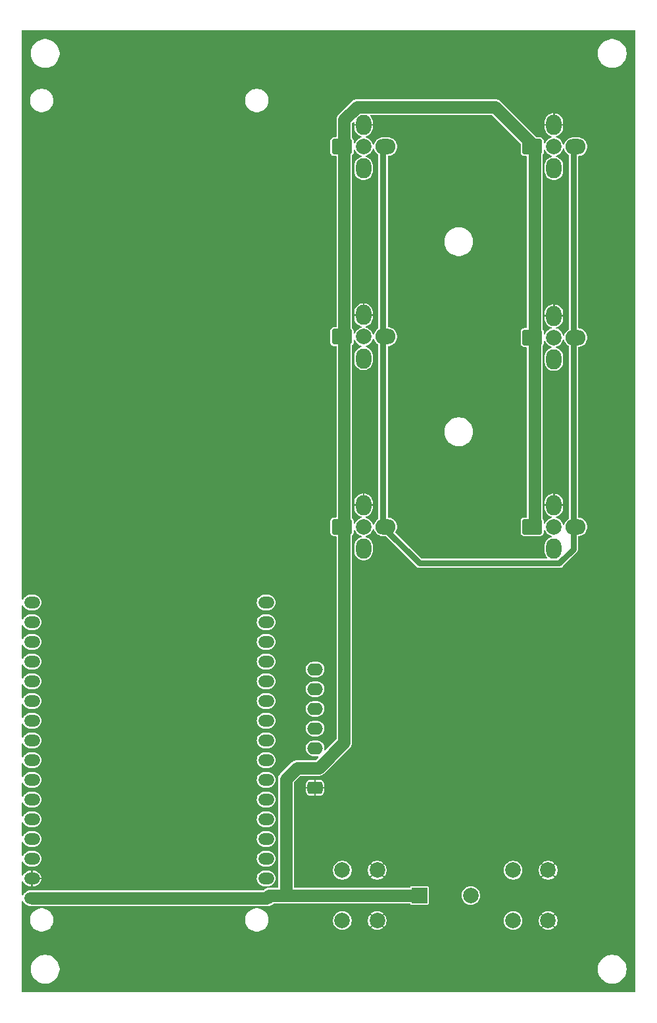
<source format=gbr>
%TF.GenerationSoftware,KiCad,Pcbnew,9.0.2*%
%TF.CreationDate,2025-10-29T16:28:32+01:00*%
%TF.ProjectId,neverx_main,6e657665-7278-45f6-9d61-696e2e6b6963,rev?*%
%TF.SameCoordinates,Original*%
%TF.FileFunction,Copper,L2,Bot*%
%TF.FilePolarity,Positive*%
%FSLAX46Y46*%
G04 Gerber Fmt 4.6, Leading zero omitted, Abs format (unit mm)*
G04 Created by KiCad (PCBNEW 9.0.2) date 2025-10-29 16:28:32*
%MOMM*%
%LPD*%
G01*
G04 APERTURE LIST*
G04 Aperture macros list*
%AMRoundRect*
0 Rectangle with rounded corners*
0 $1 Rounding radius*
0 $2 $3 $4 $5 $6 $7 $8 $9 X,Y pos of 4 corners*
0 Add a 4 corners polygon primitive as box body*
4,1,4,$2,$3,$4,$5,$6,$7,$8,$9,$2,$3,0*
0 Add four circle primitives for the rounded corners*
1,1,$1+$1,$2,$3*
1,1,$1+$1,$4,$5*
1,1,$1+$1,$6,$7*
1,1,$1+$1,$8,$9*
0 Add four rect primitives between the rounded corners*
20,1,$1+$1,$2,$3,$4,$5,0*
20,1,$1+$1,$4,$5,$6,$7,0*
20,1,$1+$1,$6,$7,$8,$9,0*
20,1,$1+$1,$8,$9,$2,$3,0*%
G04 Aperture macros list end*
%TA.AperFunction,ComponentPad*%
%ADD10R,2.000000X2.000000*%
%TD*%
%TA.AperFunction,ComponentPad*%
%ADD11C,2.000000*%
%TD*%
%TA.AperFunction,ComponentPad*%
%ADD12RoundRect,0.300000X-1.000000X-0.700000X1.000000X-0.700000X1.000000X0.700000X-1.000000X0.700000X0*%
%TD*%
%TA.AperFunction,ComponentPad*%
%ADD13RoundRect,1.000000X0.000010X-0.300000X0.000010X0.300000X-0.000010X0.300000X-0.000010X-0.300000X0*%
%TD*%
%TA.AperFunction,ComponentPad*%
%ADD14RoundRect,1.000000X-0.300000X-0.000010X0.300000X-0.000010X0.300000X0.000010X-0.300000X0.000010X0*%
%TD*%
%TA.AperFunction,ComponentPad*%
%ADD15RoundRect,1.000000X-0.000010X0.300000X-0.000010X-0.300000X0.000010X-0.300000X0.000010X0.300000X0*%
%TD*%
%TA.AperFunction,ComponentPad*%
%ADD16RoundRect,0.400000X0.600000X-0.400000X0.600000X0.400000X-0.600000X0.400000X-0.600000X-0.400000X0*%
%TD*%
%TA.AperFunction,ComponentPad*%
%ADD17O,2.000000X1.600000*%
%TD*%
%TA.AperFunction,ComponentPad*%
%ADD18RoundRect,0.800000X0.200000X-0.000010X0.200000X0.000010X-0.200000X0.000010X-0.200000X-0.000010X0*%
%TD*%
%TA.AperFunction,Conductor*%
%ADD19C,0.800000*%
%TD*%
%TA.AperFunction,Conductor*%
%ADD20C,1.600000*%
%TD*%
G04 APERTURE END LIST*
D10*
%TO.P,BZ2,1,+*%
%TO.N,+3.3V*%
X141700000Y-142000000D03*
D11*
%TO.P,BZ2,2,-*%
%TO.N,Net-(BZ2--)*%
X148300000Y-142000000D03*
%TD*%
D12*
%TO.P,J1,1,Pin_1*%
%TO.N,+3.3V*%
X131700000Y-45500000D03*
D13*
%TO.P,J1,2,Pin_2*%
%TO.N,GND*%
X134500000Y-42700000D03*
D14*
%TO.P,J1,3,Pin_3*%
%TO.N,CLK*%
X137300000Y-45500000D03*
D15*
%TO.P,J1,4,Pin_4*%
%TO.N,DAT1*%
X134500000Y-48300000D03*
D11*
%TO.P,J1,5,Pin_5*%
%TO.N,unconnected-(J1-Pin_5-Pad5)*%
X134500000Y-45500000D03*
%TD*%
%TO.P,SW1,1,1*%
%TO.N,KEY_VAL*%
X131750000Y-145250000D03*
X131750000Y-138750000D03*
%TO.P,SW1,2,2*%
%TO.N,GND*%
X136250000Y-145250000D03*
X136250000Y-138750000D03*
%TD*%
D12*
%TO.P,J4,1,Pin_1*%
%TO.N,+3.3V*%
X156200000Y-70100000D03*
D13*
%TO.P,J4,2,Pin_2*%
%TO.N,GND*%
X159000000Y-67300000D03*
D14*
%TO.P,J4,3,Pin_3*%
%TO.N,CLK*%
X161800000Y-70100000D03*
D15*
%TO.P,J4,4,Pin_4*%
%TO.N,DAT4*%
X159000000Y-72900000D03*
D11*
%TO.P,J4,5,Pin_5*%
%TO.N,unconnected-(J4-Pin_5-Pad5)*%
X159000000Y-70100000D03*
%TD*%
D12*
%TO.P,J3,1,Pin_1*%
%TO.N,+3.3V*%
X131700000Y-70000000D03*
D13*
%TO.P,J3,2,Pin_2*%
%TO.N,GND*%
X134500000Y-67200000D03*
D14*
%TO.P,J3,3,Pin_3*%
%TO.N,CLK*%
X137300000Y-70000000D03*
D15*
%TO.P,J3,4,Pin_4*%
%TO.N,DAT3*%
X134500000Y-72800000D03*
D11*
%TO.P,J3,5,Pin_5*%
%TO.N,unconnected-(J3-Pin_5-Pad5)*%
X134500000Y-70000000D03*
%TD*%
D12*
%TO.P,J5,1,Pin_1*%
%TO.N,+3.3V*%
X131700000Y-94500000D03*
D13*
%TO.P,J5,2,Pin_2*%
%TO.N,GND*%
X134500000Y-91700000D03*
D14*
%TO.P,J5,3,Pin_3*%
%TO.N,CLK*%
X137300000Y-94500000D03*
D15*
%TO.P,J5,4,Pin_4*%
%TO.N,DAT5*%
X134500000Y-97300000D03*
D11*
%TO.P,J5,5,Pin_5*%
%TO.N,unconnected-(J5-Pin_5-Pad5)*%
X134500000Y-94500000D03*
%TD*%
D12*
%TO.P,J2,1,Pin_1*%
%TO.N,+3.3V*%
X156200000Y-45500000D03*
D13*
%TO.P,J2,2,Pin_2*%
%TO.N,GND*%
X159000000Y-42700000D03*
D14*
%TO.P,J2,3,Pin_3*%
%TO.N,CLK*%
X161800000Y-45500000D03*
D15*
%TO.P,J2,4,Pin_4*%
%TO.N,DAT2*%
X159000000Y-48300000D03*
D11*
%TO.P,J2,5,Pin_5*%
%TO.N,unconnected-(J2-Pin_5-Pad5)*%
X159000000Y-45500000D03*
%TD*%
D16*
%TO.P,U3,1,GND*%
%TO.N,GND*%
X128250000Y-128120000D03*
D17*
%TO.P,U3,2,VCC*%
%TO.N,+3.3V*%
X128250000Y-125580000D03*
%TO.P,U3,3,SCL*%
%TO.N,LCD_CLK*%
X128250000Y-123040000D03*
%TO.P,U3,4,SDA*%
%TO.N,LCD_DAT*%
X128250000Y-120500000D03*
%TO.P,U3,5,RES*%
%TO.N,LCD_RES*%
X128250000Y-117960000D03*
%TO.P,U3,6,DVC*%
%TO.N,LCD_DC*%
X128250000Y-115420000D03*
%TO.P,U3,7,BLK*%
%TO.N,LCD_BL*%
X128250000Y-112880000D03*
%TD*%
D18*
%TO.P,U1,1,3V3*%
%TO.N,+3.3V*%
X122000000Y-142350000D03*
%TO.P,U1,2,3V3*%
X121942099Y-139810000D03*
%TO.P,U1,3,GPIO01*%
%TO.N,BUZZER*%
X121942099Y-137270000D03*
%TO.P,U1,4,GPIO02*%
%TO.N,KEY_VAL*%
X121942099Y-134730000D03*
%TO.P,U1,5,GPIO43*%
%TO.N,KEY_CONF*%
X121942099Y-132190000D03*
%TO.P,U1,6,GPIO44*%
%TO.N,unconnected-(U1-GPIO44-Pad6)*%
X121942099Y-129650000D03*
%TO.P,U1,7,GPIO37*%
%TO.N,unconnected-(U1-GPIO37-Pad7)*%
X121942099Y-127110000D03*
%TO.P,U1,8,GPIO36*%
%TO.N,unconnected-(U1-GPIO36-Pad8)*%
X121942099Y-124570000D03*
%TO.P,U1,9,GPIO35*%
%TO.N,LCD_CLK*%
X121942099Y-122030000D03*
%TO.P,U1,10,GPIO00*%
%TO.N,LCD_DAT*%
X121942099Y-119490000D03*
%TO.P,U1,11,GPIO45*%
%TO.N,LCD_RES*%
X121942099Y-116950000D03*
%TO.P,U1,12,GPIO48*%
%TO.N,LCD_DC*%
X121942099Y-114410000D03*
%TO.P,U1,13,GPIO47*%
%TO.N,LCD_BL*%
X121942099Y-111870000D03*
%TO.P,U1,14,GPIO21*%
%TO.N,unconnected-(U1-GPIO21-Pad14)*%
X121942099Y-109330000D03*
%TO.P,U1,15,GND*%
%TO.N,unconnected-(U1-GND-Pad15)*%
X121942099Y-106790000D03*
%TO.P,U1,16,VSYS*%
%TO.N,unconnected-(U1-VSYS-Pad16)*%
X121942099Y-104250000D03*
%TO.P,U1,17,DC5*%
%TO.N,unconnected-(U1-DC5-Pad17)*%
X91800000Y-104250000D03*
%TO.P,U1,18,GND*%
%TO.N,unconnected-(U1-GND-Pad18)*%
X91800000Y-106790000D03*
%TO.P,U1,19,GPIO14*%
%TO.N,DAT1*%
X91800000Y-109330000D03*
%TO.P,U1,20,GPIO13*%
%TO.N,DAT2*%
X91800000Y-111870000D03*
%TO.P,U1,21,GPIO12*%
%TO.N,DAT3*%
X91800000Y-114410000D03*
%TO.P,U1,22,GPIO11*%
%TO.N,DAT4*%
X91800000Y-116950000D03*
%TO.P,U1,23,GPIO10*%
%TO.N,DAT5*%
X91800000Y-119490000D03*
%TO.P,U1,24,GPIO09*%
%TO.N,DAT6*%
X91800000Y-122030000D03*
%TO.P,U1,25,GPIO46*%
%TO.N,CLK*%
X91800000Y-124570000D03*
%TO.P,U1,26,GPIO03*%
%TO.N,unconnected-(U1-GPIO03-Pad26)*%
X91800000Y-127110000D03*
%TO.P,U1,27,GPIO08*%
%TO.N,unconnected-(U1-GPIO08-Pad27)*%
X91800000Y-129650000D03*
%TO.P,U1,28,GPIO18*%
%TO.N,unconnected-(U1-GPIO18-Pad28)*%
X91800000Y-132190000D03*
%TO.P,U1,29,GPIO17*%
%TO.N,unconnected-(U1-GPIO17-Pad29)*%
X91800000Y-134730000D03*
%TO.P,U1,30,GPIO16*%
%TO.N,unconnected-(U1-GPIO16-Pad30)*%
X91800000Y-137270000D03*
%TO.P,U1,31,GND*%
%TO.N,GND*%
X91800000Y-139810000D03*
%TO.P,U1,32,3V3*%
%TO.N,+3.3V*%
X91800000Y-142350000D03*
%TD*%
D11*
%TO.P,SW2,1,1*%
%TO.N,KEY_CONF*%
X153750000Y-145250000D03*
X153750000Y-138750000D03*
%TO.P,SW2,2,2*%
%TO.N,GND*%
X158250000Y-145250000D03*
X158250000Y-138750000D03*
%TD*%
D12*
%TO.P,J6,1,Pin_1*%
%TO.N,+3.3V*%
X156200000Y-94500000D03*
D13*
%TO.P,J6,2,Pin_2*%
%TO.N,GND*%
X159000000Y-91700000D03*
D14*
%TO.P,J6,3,Pin_3*%
%TO.N,CLK*%
X161800000Y-94500000D03*
D15*
%TO.P,J6,4,Pin_4*%
%TO.N,DAT6*%
X159000000Y-97300000D03*
D11*
%TO.P,J6,5,Pin_5*%
%TO.N,unconnected-(J6-Pin_5-Pad5)*%
X159000000Y-94500000D03*
%TD*%
D19*
%TO.N,CLK*%
X161500000Y-70100000D02*
X161500000Y-45500000D01*
X161500000Y-94500000D02*
X161500000Y-70100000D01*
X161500000Y-97371448D02*
X159670448Y-99201000D01*
X141701000Y-99201000D02*
X137000000Y-94500000D01*
X137000000Y-94500000D02*
X137000000Y-45500000D01*
X159670448Y-99201000D02*
X141701000Y-99201000D01*
X161500000Y-94500000D02*
X161500000Y-97371448D01*
D20*
%TO.N,+3.3V*%
X124500000Y-142000000D02*
X122350000Y-142000000D01*
X151399000Y-40399000D02*
X156500000Y-45500000D01*
X132000000Y-94500000D02*
X132000000Y-122286999D01*
X132000000Y-122286999D02*
X128706999Y-125580000D01*
X156500000Y-94500000D02*
X156500000Y-45500000D01*
X141700000Y-142000000D02*
X124500000Y-142000000D01*
X133663866Y-40399000D02*
X151399000Y-40399000D01*
X132000000Y-42062866D02*
X133663866Y-40399000D01*
X122350000Y-142000000D02*
X122000000Y-142350000D01*
X91800000Y-142350000D02*
X122000000Y-142350000D01*
X132000000Y-45500000D02*
X132000000Y-42062866D01*
X132000000Y-94500000D02*
X132000000Y-45500000D01*
X124500000Y-127000000D02*
X124500000Y-142000000D01*
X125920000Y-125580000D02*
X124500000Y-127000000D01*
X128706999Y-125580000D02*
X125920000Y-125580000D01*
%TD*%
%TA.AperFunction,Conductor*%
%TO.N,GND*%
G36*
X169458691Y-30519407D02*
G01*
X169494655Y-30568907D01*
X169499500Y-30599500D01*
X169499500Y-154400500D01*
X169480593Y-154458691D01*
X169431093Y-154494655D01*
X169400500Y-154499500D01*
X90599500Y-154499500D01*
X90541309Y-154480593D01*
X90505345Y-154431093D01*
X90500500Y-154400500D01*
X90500500Y-151378710D01*
X91649500Y-151378710D01*
X91649500Y-151621289D01*
X91681161Y-151861781D01*
X91681161Y-151861786D01*
X91743944Y-152096092D01*
X91743948Y-152096105D01*
X91836772Y-152320204D01*
X91836774Y-152320208D01*
X91836776Y-152320212D01*
X91958064Y-152530289D01*
X91958066Y-152530292D01*
X92105729Y-152722731D01*
X92105731Y-152722733D01*
X92105735Y-152722738D01*
X92277262Y-152894265D01*
X92277266Y-152894268D01*
X92277268Y-152894270D01*
X92469707Y-153041933D01*
X92469711Y-153041936D01*
X92679788Y-153163224D01*
X92903900Y-153256054D01*
X93138211Y-153318838D01*
X93378712Y-153350500D01*
X93378713Y-153350500D01*
X93621287Y-153350500D01*
X93621288Y-153350500D01*
X93861789Y-153318838D01*
X94096100Y-153256054D01*
X94320212Y-153163224D01*
X94530289Y-153041936D01*
X94722738Y-152894265D01*
X94894265Y-152722738D01*
X95041936Y-152530289D01*
X95163224Y-152320212D01*
X95256054Y-152096100D01*
X95318838Y-151861789D01*
X95350500Y-151621288D01*
X95350500Y-151378712D01*
X95350500Y-151378710D01*
X164649500Y-151378710D01*
X164649500Y-151621289D01*
X164681161Y-151861781D01*
X164681161Y-151861786D01*
X164743944Y-152096092D01*
X164743948Y-152096105D01*
X164836772Y-152320204D01*
X164836774Y-152320208D01*
X164836776Y-152320212D01*
X164958064Y-152530289D01*
X164958066Y-152530292D01*
X165105729Y-152722731D01*
X165105731Y-152722733D01*
X165105735Y-152722738D01*
X165277262Y-152894265D01*
X165277266Y-152894268D01*
X165277268Y-152894270D01*
X165469707Y-153041933D01*
X165469711Y-153041936D01*
X165679788Y-153163224D01*
X165903900Y-153256054D01*
X166138211Y-153318838D01*
X166378712Y-153350500D01*
X166378713Y-153350500D01*
X166621287Y-153350500D01*
X166621288Y-153350500D01*
X166861789Y-153318838D01*
X167096100Y-153256054D01*
X167320212Y-153163224D01*
X167530289Y-153041936D01*
X167722738Y-152894265D01*
X167894265Y-152722738D01*
X168041936Y-152530289D01*
X168163224Y-152320212D01*
X168256054Y-152096100D01*
X168318838Y-151861789D01*
X168350500Y-151621288D01*
X168350500Y-151378712D01*
X168318838Y-151138211D01*
X168256054Y-150903900D01*
X168163224Y-150679788D01*
X168041936Y-150469711D01*
X167894265Y-150277262D01*
X167722738Y-150105735D01*
X167722733Y-150105731D01*
X167722731Y-150105729D01*
X167530292Y-149958066D01*
X167530289Y-149958064D01*
X167320212Y-149836776D01*
X167320208Y-149836774D01*
X167320204Y-149836772D01*
X167096105Y-149743948D01*
X167096104Y-149743947D01*
X167096100Y-149743946D01*
X166861789Y-149681162D01*
X166861786Y-149681161D01*
X166861784Y-149681161D01*
X166621289Y-149649500D01*
X166621288Y-149649500D01*
X166378712Y-149649500D01*
X166378710Y-149649500D01*
X166138218Y-149681161D01*
X166138213Y-149681161D01*
X165903907Y-149743944D01*
X165903894Y-149743948D01*
X165679795Y-149836772D01*
X165469707Y-149958066D01*
X165277268Y-150105729D01*
X165105729Y-150277268D01*
X164958066Y-150469707D01*
X164836772Y-150679795D01*
X164743948Y-150903894D01*
X164743944Y-150903907D01*
X164681161Y-151138213D01*
X164681161Y-151138218D01*
X164649500Y-151378710D01*
X95350500Y-151378710D01*
X95318838Y-151138211D01*
X95256054Y-150903900D01*
X95163224Y-150679788D01*
X95041936Y-150469711D01*
X94894265Y-150277262D01*
X94722738Y-150105735D01*
X94722733Y-150105731D01*
X94722731Y-150105729D01*
X94530292Y-149958066D01*
X94530289Y-149958064D01*
X94320212Y-149836776D01*
X94320208Y-149836774D01*
X94320204Y-149836772D01*
X94096105Y-149743948D01*
X94096104Y-149743947D01*
X94096100Y-149743946D01*
X93861789Y-149681162D01*
X93861786Y-149681161D01*
X93861784Y-149681161D01*
X93621289Y-149649500D01*
X93621288Y-149649500D01*
X93378712Y-149649500D01*
X93378710Y-149649500D01*
X93138218Y-149681161D01*
X93138213Y-149681161D01*
X92903907Y-149743944D01*
X92903894Y-149743948D01*
X92679795Y-149836772D01*
X92469707Y-149958066D01*
X92277268Y-150105729D01*
X92105729Y-150277268D01*
X91958066Y-150469707D01*
X91836772Y-150679795D01*
X91743948Y-150903894D01*
X91743944Y-150903907D01*
X91681161Y-151138213D01*
X91681161Y-151138218D01*
X91649500Y-151378710D01*
X90500500Y-151378710D01*
X90500500Y-145031904D01*
X91544500Y-145031904D01*
X91544500Y-145268095D01*
X91581445Y-145501363D01*
X91654432Y-145725992D01*
X91732494Y-145879199D01*
X91761657Y-145936433D01*
X91900483Y-146127510D01*
X92067490Y-146294517D01*
X92258567Y-146433343D01*
X92469008Y-146540568D01*
X92693632Y-146613553D01*
X92693633Y-146613553D01*
X92693636Y-146613554D01*
X92926905Y-146650500D01*
X92926908Y-146650500D01*
X93163095Y-146650500D01*
X93396363Y-146613554D01*
X93396364Y-146613553D01*
X93396368Y-146613553D01*
X93620992Y-146540568D01*
X93831433Y-146433343D01*
X94022510Y-146294517D01*
X94189517Y-146127510D01*
X94328343Y-145936433D01*
X94435568Y-145725992D01*
X94508553Y-145501368D01*
X94514742Y-145462292D01*
X94545500Y-145268095D01*
X94545500Y-145031904D01*
X119254500Y-145031904D01*
X119254500Y-145268095D01*
X119291445Y-145501363D01*
X119364432Y-145725992D01*
X119442494Y-145879199D01*
X119471657Y-145936433D01*
X119610483Y-146127510D01*
X119777490Y-146294517D01*
X119968567Y-146433343D01*
X120179008Y-146540568D01*
X120403632Y-146613553D01*
X120403633Y-146613553D01*
X120403636Y-146613554D01*
X120636905Y-146650500D01*
X120636908Y-146650500D01*
X120873095Y-146650500D01*
X121106363Y-146613554D01*
X121106364Y-146613553D01*
X121106368Y-146613553D01*
X121330992Y-146540568D01*
X121541433Y-146433343D01*
X121732510Y-146294517D01*
X121899517Y-146127510D01*
X122038343Y-145936433D01*
X122145568Y-145725992D01*
X122218553Y-145501368D01*
X122224742Y-145462292D01*
X122255500Y-145268095D01*
X122255500Y-145155515D01*
X130549500Y-145155515D01*
X130549500Y-145344484D01*
X130579058Y-145531113D01*
X130630720Y-145690110D01*
X130637453Y-145710832D01*
X130723240Y-145879199D01*
X130834310Y-146032073D01*
X130967927Y-146165690D01*
X131120801Y-146276760D01*
X131289168Y-146362547D01*
X131468882Y-146420940D01*
X131468883Y-146420940D01*
X131468886Y-146420941D01*
X131655516Y-146450500D01*
X131655519Y-146450500D01*
X131844484Y-146450500D01*
X132031113Y-146420941D01*
X132031114Y-146420940D01*
X132031118Y-146420940D01*
X132210832Y-146362547D01*
X132379199Y-146276760D01*
X132532073Y-146165690D01*
X132665690Y-146032073D01*
X132776760Y-145879199D01*
X132862547Y-145710832D01*
X132920940Y-145531118D01*
X132920941Y-145531113D01*
X132950500Y-145344484D01*
X132950500Y-145155554D01*
X135050000Y-145155554D01*
X135050000Y-145344445D01*
X135079546Y-145530996D01*
X135137914Y-145710635D01*
X135223667Y-145878936D01*
X135223669Y-145878940D01*
X135328406Y-146023098D01*
X135793018Y-145558485D01*
X135809890Y-145587708D01*
X135912292Y-145690110D01*
X135941512Y-145706979D01*
X135476900Y-146171592D01*
X135621059Y-146276330D01*
X135621063Y-146276332D01*
X135789364Y-146362085D01*
X135969003Y-146420453D01*
X136155555Y-146450000D01*
X136344445Y-146450000D01*
X136530996Y-146420453D01*
X136710635Y-146362085D01*
X136878934Y-146276333D01*
X137023098Y-146171591D01*
X136558486Y-145706980D01*
X136587708Y-145690110D01*
X136690110Y-145587708D01*
X136706980Y-145558486D01*
X137171591Y-146023098D01*
X137276333Y-145878934D01*
X137362085Y-145710635D01*
X137420453Y-145530996D01*
X137450000Y-145344445D01*
X137450000Y-145155554D01*
X137449994Y-145155515D01*
X152549500Y-145155515D01*
X152549500Y-145344484D01*
X152579058Y-145531113D01*
X152630720Y-145690110D01*
X152637453Y-145710832D01*
X152723240Y-145879199D01*
X152834310Y-146032073D01*
X152967927Y-146165690D01*
X153120801Y-146276760D01*
X153289168Y-146362547D01*
X153468882Y-146420940D01*
X153468883Y-146420940D01*
X153468886Y-146420941D01*
X153655516Y-146450500D01*
X153655519Y-146450500D01*
X153844484Y-146450500D01*
X154031113Y-146420941D01*
X154031114Y-146420940D01*
X154031118Y-146420940D01*
X154210832Y-146362547D01*
X154379199Y-146276760D01*
X154532073Y-146165690D01*
X154665690Y-146032073D01*
X154776760Y-145879199D01*
X154862547Y-145710832D01*
X154920940Y-145531118D01*
X154920941Y-145531113D01*
X154950500Y-145344484D01*
X154950500Y-145155554D01*
X157050000Y-145155554D01*
X157050000Y-145344445D01*
X157079546Y-145530996D01*
X157137914Y-145710635D01*
X157223667Y-145878936D01*
X157223669Y-145878940D01*
X157328406Y-146023098D01*
X157793018Y-145558485D01*
X157809890Y-145587708D01*
X157912292Y-145690110D01*
X157941512Y-145706979D01*
X157476900Y-146171592D01*
X157621059Y-146276330D01*
X157621063Y-146276332D01*
X157789364Y-146362085D01*
X157969003Y-146420453D01*
X158155555Y-146450000D01*
X158344445Y-146450000D01*
X158530996Y-146420453D01*
X158710635Y-146362085D01*
X158878934Y-146276333D01*
X159023098Y-146171591D01*
X158558486Y-145706980D01*
X158587708Y-145690110D01*
X158690110Y-145587708D01*
X158706980Y-145558486D01*
X159171591Y-146023098D01*
X159276333Y-145878934D01*
X159362085Y-145710635D01*
X159420453Y-145530996D01*
X159450000Y-145344445D01*
X159450000Y-145155554D01*
X159420453Y-144969003D01*
X159362085Y-144789364D01*
X159276332Y-144621063D01*
X159276330Y-144621059D01*
X159171592Y-144476900D01*
X158706979Y-144941512D01*
X158690110Y-144912292D01*
X158587708Y-144809890D01*
X158558485Y-144793018D01*
X159023098Y-144328406D01*
X158878940Y-144223669D01*
X158878936Y-144223667D01*
X158710635Y-144137914D01*
X158530996Y-144079546D01*
X158344445Y-144050000D01*
X158155555Y-144050000D01*
X157969003Y-144079546D01*
X157789364Y-144137914D01*
X157621064Y-144223667D01*
X157476900Y-144328406D01*
X157941513Y-144793019D01*
X157912292Y-144809890D01*
X157809890Y-144912292D01*
X157793019Y-144941513D01*
X157328406Y-144476900D01*
X157223667Y-144621064D01*
X157137914Y-144789364D01*
X157079546Y-144969003D01*
X157050000Y-145155554D01*
X154950500Y-145155554D01*
X154950500Y-145155515D01*
X154920941Y-144968886D01*
X154917680Y-144958850D01*
X154862547Y-144789168D01*
X154776760Y-144620801D01*
X154665690Y-144467927D01*
X154532073Y-144334310D01*
X154379199Y-144223240D01*
X154379198Y-144223239D01*
X154379196Y-144223238D01*
X154210832Y-144137453D01*
X154031113Y-144079058D01*
X153844484Y-144049500D01*
X153844481Y-144049500D01*
X153655519Y-144049500D01*
X153655516Y-144049500D01*
X153468886Y-144079058D01*
X153289167Y-144137453D01*
X153120803Y-144223238D01*
X152967928Y-144334309D01*
X152834309Y-144467928D01*
X152723238Y-144620803D01*
X152637453Y-144789167D01*
X152579058Y-144968886D01*
X152549500Y-145155515D01*
X137449994Y-145155515D01*
X137420453Y-144969003D01*
X137362085Y-144789364D01*
X137276332Y-144621063D01*
X137276330Y-144621059D01*
X137171592Y-144476900D01*
X136706979Y-144941512D01*
X136690110Y-144912292D01*
X136587708Y-144809890D01*
X136558485Y-144793018D01*
X137023098Y-144328406D01*
X136878940Y-144223669D01*
X136878936Y-144223667D01*
X136710635Y-144137914D01*
X136530996Y-144079546D01*
X136344445Y-144050000D01*
X136155555Y-144050000D01*
X135969003Y-144079546D01*
X135789364Y-144137914D01*
X135621064Y-144223667D01*
X135476900Y-144328406D01*
X135941513Y-144793019D01*
X135912292Y-144809890D01*
X135809890Y-144912292D01*
X135793019Y-144941513D01*
X135328406Y-144476900D01*
X135223667Y-144621064D01*
X135137914Y-144789364D01*
X135079546Y-144969003D01*
X135050000Y-145155554D01*
X132950500Y-145155554D01*
X132950500Y-145155515D01*
X132920941Y-144968886D01*
X132917680Y-144958850D01*
X132862547Y-144789168D01*
X132776760Y-144620801D01*
X132665690Y-144467927D01*
X132532073Y-144334310D01*
X132379199Y-144223240D01*
X132379198Y-144223239D01*
X132379196Y-144223238D01*
X132210832Y-144137453D01*
X132031113Y-144079058D01*
X131844484Y-144049500D01*
X131844481Y-144049500D01*
X131655519Y-144049500D01*
X131655516Y-144049500D01*
X131468886Y-144079058D01*
X131289167Y-144137453D01*
X131120803Y-144223238D01*
X130967928Y-144334309D01*
X130834309Y-144467928D01*
X130723238Y-144620803D01*
X130637453Y-144789167D01*
X130579058Y-144968886D01*
X130549500Y-145155515D01*
X122255500Y-145155515D01*
X122255500Y-145031904D01*
X122218554Y-144798636D01*
X122218553Y-144798632D01*
X122145568Y-144574008D01*
X122038343Y-144363567D01*
X121899517Y-144172490D01*
X121732510Y-144005483D01*
X121541433Y-143866657D01*
X121541432Y-143866656D01*
X121541430Y-143866655D01*
X121330992Y-143759432D01*
X121106363Y-143686445D01*
X120873095Y-143649500D01*
X120873092Y-143649500D01*
X120636908Y-143649500D01*
X120636905Y-143649500D01*
X120403636Y-143686445D01*
X120179007Y-143759432D01*
X119968569Y-143866655D01*
X119777491Y-144005482D01*
X119610482Y-144172491D01*
X119471655Y-144363569D01*
X119364432Y-144574007D01*
X119291445Y-144798636D01*
X119254500Y-145031904D01*
X94545500Y-145031904D01*
X94508554Y-144798636D01*
X94508553Y-144798632D01*
X94435568Y-144574008D01*
X94328343Y-144363567D01*
X94189517Y-144172490D01*
X94022510Y-144005483D01*
X93831433Y-143866657D01*
X93831432Y-143866656D01*
X93831430Y-143866655D01*
X93620992Y-143759432D01*
X93396363Y-143686445D01*
X93163095Y-143649500D01*
X93163092Y-143649500D01*
X92926908Y-143649500D01*
X92926905Y-143649500D01*
X92693636Y-143686445D01*
X92469007Y-143759432D01*
X92258569Y-143866655D01*
X92067491Y-144005482D01*
X91900482Y-144172491D01*
X91761655Y-144363569D01*
X91654432Y-144574007D01*
X91581445Y-144798636D01*
X91544500Y-145031904D01*
X90500500Y-145031904D01*
X90500500Y-142809391D01*
X90519407Y-142751200D01*
X90568907Y-142715236D01*
X90630093Y-142715236D01*
X90679593Y-142751200D01*
X90687247Y-142763550D01*
X90760302Y-142903407D01*
X90888891Y-143061109D01*
X91046593Y-143189698D01*
X91226951Y-143283909D01*
X91422582Y-143339886D01*
X91541963Y-143350500D01*
X91689927Y-143350499D01*
X91689935Y-143350500D01*
X91701459Y-143350500D01*
X122106516Y-143350500D01*
X122106528Y-143350499D01*
X122258032Y-143350499D01*
X122258036Y-143350499D01*
X122377418Y-143339886D01*
X122573049Y-143283909D01*
X122753407Y-143189698D01*
X122911109Y-143061109D01*
X122930819Y-143036937D01*
X122982246Y-143003787D01*
X123007545Y-143000500D01*
X124401459Y-143000500D01*
X140414425Y-143000500D01*
X140472616Y-143019407D01*
X140508580Y-143068907D01*
X140510807Y-143077442D01*
X140511134Y-143078233D01*
X140555445Y-143144548D01*
X140555448Y-143144552D01*
X140621769Y-143188867D01*
X140666231Y-143197711D01*
X140680241Y-143200498D01*
X140680246Y-143200498D01*
X140680252Y-143200500D01*
X140680253Y-143200500D01*
X142719747Y-143200500D01*
X142719748Y-143200500D01*
X142778231Y-143188867D01*
X142844552Y-143144552D01*
X142888867Y-143078231D01*
X142900500Y-143019748D01*
X142900500Y-141905515D01*
X147099500Y-141905515D01*
X147099500Y-142094484D01*
X147129058Y-142281113D01*
X147170298Y-142408036D01*
X147187453Y-142460832D01*
X147273240Y-142629199D01*
X147384310Y-142782073D01*
X147517927Y-142915690D01*
X147670801Y-143026760D01*
X147839168Y-143112547D01*
X148018882Y-143170940D01*
X148018883Y-143170940D01*
X148018886Y-143170941D01*
X148205516Y-143200500D01*
X148205519Y-143200500D01*
X148394484Y-143200500D01*
X148581113Y-143170941D01*
X148581114Y-143170940D01*
X148581118Y-143170940D01*
X148760832Y-143112547D01*
X148929199Y-143026760D01*
X149082073Y-142915690D01*
X149215690Y-142782073D01*
X149326760Y-142629199D01*
X149412547Y-142460832D01*
X149470940Y-142281118D01*
X149470941Y-142281113D01*
X149500500Y-142094484D01*
X149500500Y-141905515D01*
X149470941Y-141718886D01*
X149444948Y-141638888D01*
X149412547Y-141539168D01*
X149326760Y-141370801D01*
X149215690Y-141217927D01*
X149082073Y-141084310D01*
X148929199Y-140973240D01*
X148929198Y-140973239D01*
X148929196Y-140973238D01*
X148760832Y-140887453D01*
X148581113Y-140829058D01*
X148394484Y-140799500D01*
X148394481Y-140799500D01*
X148205519Y-140799500D01*
X148205516Y-140799500D01*
X148018886Y-140829058D01*
X147839167Y-140887453D01*
X147670803Y-140973238D01*
X147517928Y-141084309D01*
X147384309Y-141217928D01*
X147273238Y-141370803D01*
X147187453Y-141539167D01*
X147129058Y-141718886D01*
X147099500Y-141905515D01*
X142900500Y-141905515D01*
X142900500Y-140980252D01*
X142888867Y-140921769D01*
X142844552Y-140855448D01*
X142844548Y-140855445D01*
X142778233Y-140811134D01*
X142778231Y-140811133D01*
X142778228Y-140811132D01*
X142778227Y-140811132D01*
X142719758Y-140799501D01*
X142719748Y-140799500D01*
X140680252Y-140799500D01*
X140680251Y-140799500D01*
X140680241Y-140799501D01*
X140621772Y-140811132D01*
X140621766Y-140811134D01*
X140555451Y-140855445D01*
X140555445Y-140855451D01*
X140511134Y-140921766D01*
X140507403Y-140930776D01*
X140505763Y-140930096D01*
X140481629Y-140973195D01*
X140426065Y-140998813D01*
X140414425Y-140999500D01*
X125599500Y-140999500D01*
X125541309Y-140980593D01*
X125505345Y-140931093D01*
X125500500Y-140900500D01*
X125500500Y-138655515D01*
X130549500Y-138655515D01*
X130549500Y-138844484D01*
X130579058Y-139031113D01*
X130601197Y-139099249D01*
X130637453Y-139210832D01*
X130723240Y-139379199D01*
X130834310Y-139532073D01*
X130967927Y-139665690D01*
X131120801Y-139776760D01*
X131289168Y-139862547D01*
X131468882Y-139920940D01*
X131468883Y-139920940D01*
X131468886Y-139920941D01*
X131655516Y-139950500D01*
X131655519Y-139950500D01*
X131844484Y-139950500D01*
X132031113Y-139920941D01*
X132031114Y-139920940D01*
X132031118Y-139920940D01*
X132210832Y-139862547D01*
X132379199Y-139776760D01*
X132532073Y-139665690D01*
X132665690Y-139532073D01*
X132776760Y-139379199D01*
X132862547Y-139210832D01*
X132920940Y-139031118D01*
X132920941Y-139031113D01*
X132950500Y-138844484D01*
X132950500Y-138655554D01*
X135050000Y-138655554D01*
X135050000Y-138844445D01*
X135079546Y-139030996D01*
X135137914Y-139210635D01*
X135223667Y-139378936D01*
X135223669Y-139378940D01*
X135328406Y-139523098D01*
X135793018Y-139058485D01*
X135809890Y-139087708D01*
X135912292Y-139190110D01*
X135941512Y-139206979D01*
X135476900Y-139671592D01*
X135621059Y-139776330D01*
X135621063Y-139776332D01*
X135789364Y-139862085D01*
X135969003Y-139920453D01*
X136155555Y-139950000D01*
X136344445Y-139950000D01*
X136530996Y-139920453D01*
X136710635Y-139862085D01*
X136878934Y-139776333D01*
X137023098Y-139671591D01*
X136558486Y-139206980D01*
X136587708Y-139190110D01*
X136690110Y-139087708D01*
X136706980Y-139058486D01*
X137171591Y-139523098D01*
X137276333Y-139378934D01*
X137362085Y-139210635D01*
X137420453Y-139030996D01*
X137450000Y-138844445D01*
X137450000Y-138655554D01*
X137449994Y-138655515D01*
X152549500Y-138655515D01*
X152549500Y-138844484D01*
X152579058Y-139031113D01*
X152601197Y-139099249D01*
X152637453Y-139210832D01*
X152723240Y-139379199D01*
X152834310Y-139532073D01*
X152967927Y-139665690D01*
X153120801Y-139776760D01*
X153289168Y-139862547D01*
X153468882Y-139920940D01*
X153468883Y-139920940D01*
X153468886Y-139920941D01*
X153655516Y-139950500D01*
X153655519Y-139950500D01*
X153844484Y-139950500D01*
X154031113Y-139920941D01*
X154031114Y-139920940D01*
X154031118Y-139920940D01*
X154210832Y-139862547D01*
X154379199Y-139776760D01*
X154532073Y-139665690D01*
X154665690Y-139532073D01*
X154776760Y-139379199D01*
X154862547Y-139210832D01*
X154920940Y-139031118D01*
X154920941Y-139031113D01*
X154950500Y-138844484D01*
X154950500Y-138655554D01*
X157050000Y-138655554D01*
X157050000Y-138844445D01*
X157079546Y-139030996D01*
X157137914Y-139210635D01*
X157223667Y-139378936D01*
X157223669Y-139378940D01*
X157328406Y-139523098D01*
X157793018Y-139058485D01*
X157809890Y-139087708D01*
X157912292Y-139190110D01*
X157941512Y-139206979D01*
X157476900Y-139671592D01*
X157621059Y-139776330D01*
X157621063Y-139776332D01*
X157789364Y-139862085D01*
X157969003Y-139920453D01*
X158155555Y-139950000D01*
X158344445Y-139950000D01*
X158530996Y-139920453D01*
X158710635Y-139862085D01*
X158878934Y-139776333D01*
X159023098Y-139671591D01*
X158558486Y-139206980D01*
X158587708Y-139190110D01*
X158690110Y-139087708D01*
X158706980Y-139058486D01*
X159171591Y-139523098D01*
X159276333Y-139378934D01*
X159362085Y-139210635D01*
X159420453Y-139030996D01*
X159450000Y-138844445D01*
X159450000Y-138655554D01*
X159420453Y-138469003D01*
X159362085Y-138289364D01*
X159276332Y-138121063D01*
X159276330Y-138121059D01*
X159171592Y-137976900D01*
X158706979Y-138441512D01*
X158690110Y-138412292D01*
X158587708Y-138309890D01*
X158558485Y-138293018D01*
X159023098Y-137828406D01*
X158878940Y-137723669D01*
X158878936Y-137723667D01*
X158710635Y-137637914D01*
X158530996Y-137579546D01*
X158344445Y-137550000D01*
X158155555Y-137550000D01*
X157969003Y-137579546D01*
X157789364Y-137637914D01*
X157621064Y-137723667D01*
X157476900Y-137828406D01*
X157941513Y-138293019D01*
X157912292Y-138309890D01*
X157809890Y-138412292D01*
X157793019Y-138441513D01*
X157328406Y-137976900D01*
X157223667Y-138121064D01*
X157137914Y-138289364D01*
X157079546Y-138469003D01*
X157050000Y-138655554D01*
X154950500Y-138655554D01*
X154950500Y-138655515D01*
X154920941Y-138468886D01*
X154920940Y-138468882D01*
X154862547Y-138289168D01*
X154776760Y-138120801D01*
X154665690Y-137967927D01*
X154532073Y-137834310D01*
X154379199Y-137723240D01*
X154379198Y-137723239D01*
X154379196Y-137723238D01*
X154210832Y-137637453D01*
X154031113Y-137579058D01*
X153844484Y-137549500D01*
X153844481Y-137549500D01*
X153655519Y-137549500D01*
X153655516Y-137549500D01*
X153468886Y-137579058D01*
X153289167Y-137637453D01*
X153120803Y-137723238D01*
X152967928Y-137834309D01*
X152834309Y-137967928D01*
X152723238Y-138120803D01*
X152637453Y-138289167D01*
X152579058Y-138468886D01*
X152549500Y-138655515D01*
X137449994Y-138655515D01*
X137420453Y-138469003D01*
X137362085Y-138289364D01*
X137276332Y-138121063D01*
X137276330Y-138121059D01*
X137171592Y-137976900D01*
X136706979Y-138441512D01*
X136690110Y-138412292D01*
X136587708Y-138309890D01*
X136558485Y-138293018D01*
X137023098Y-137828406D01*
X136878940Y-137723669D01*
X136878936Y-137723667D01*
X136710635Y-137637914D01*
X136530996Y-137579546D01*
X136344445Y-137550000D01*
X136155555Y-137550000D01*
X135969003Y-137579546D01*
X135789364Y-137637914D01*
X135621064Y-137723667D01*
X135476900Y-137828406D01*
X135941513Y-138293019D01*
X135912292Y-138309890D01*
X135809890Y-138412292D01*
X135793019Y-138441513D01*
X135328406Y-137976900D01*
X135223667Y-138121064D01*
X135137914Y-138289364D01*
X135079546Y-138469003D01*
X135050000Y-138655554D01*
X132950500Y-138655554D01*
X132950500Y-138655515D01*
X132920941Y-138468886D01*
X132920940Y-138468882D01*
X132862547Y-138289168D01*
X132776760Y-138120801D01*
X132665690Y-137967927D01*
X132532073Y-137834310D01*
X132379199Y-137723240D01*
X132379198Y-137723239D01*
X132379196Y-137723238D01*
X132210832Y-137637453D01*
X132031113Y-137579058D01*
X131844484Y-137549500D01*
X131844481Y-137549500D01*
X131655519Y-137549500D01*
X131655516Y-137549500D01*
X131468886Y-137579058D01*
X131289167Y-137637453D01*
X131120803Y-137723238D01*
X130967928Y-137834309D01*
X130834309Y-137967928D01*
X130723238Y-138120803D01*
X130637453Y-138289167D01*
X130579058Y-138468886D01*
X130549500Y-138655515D01*
X125500500Y-138655515D01*
X125500500Y-127680676D01*
X127050000Y-127680676D01*
X127050000Y-128014999D01*
X127050001Y-128015000D01*
X127760497Y-128015000D01*
X127750000Y-128054174D01*
X127750000Y-128185826D01*
X127760497Y-128225000D01*
X127050002Y-128225000D01*
X127050001Y-128225001D01*
X127050001Y-128559324D01*
X127065443Y-128676629D01*
X127065444Y-128676631D01*
X127125899Y-128822585D01*
X127125901Y-128822589D01*
X127222070Y-128947919D01*
X127222080Y-128947929D01*
X127347410Y-129044098D01*
X127347414Y-129044100D01*
X127493368Y-129104555D01*
X127493369Y-129104556D01*
X127610676Y-129119999D01*
X128144998Y-129119999D01*
X128145000Y-129119998D01*
X128145000Y-128609503D01*
X128184174Y-128620000D01*
X128315826Y-128620000D01*
X128355000Y-128609503D01*
X128355000Y-129119998D01*
X128355001Y-129119999D01*
X128889320Y-129119999D01*
X128889324Y-129119998D01*
X129006629Y-129104556D01*
X129006631Y-129104555D01*
X129152585Y-129044100D01*
X129152589Y-129044098D01*
X129277919Y-128947929D01*
X129277929Y-128947919D01*
X129374098Y-128822589D01*
X129374100Y-128822585D01*
X129434555Y-128676631D01*
X129434556Y-128676630D01*
X129449999Y-128559323D01*
X129450000Y-128559322D01*
X129450000Y-128225001D01*
X129449999Y-128225000D01*
X128739503Y-128225000D01*
X128750000Y-128185826D01*
X128750000Y-128054174D01*
X128739503Y-128015000D01*
X129449998Y-128015000D01*
X129449999Y-128014999D01*
X129449999Y-127680680D01*
X129449998Y-127680675D01*
X129434556Y-127563370D01*
X129434555Y-127563368D01*
X129374100Y-127417414D01*
X129374098Y-127417410D01*
X129277929Y-127292080D01*
X129277919Y-127292070D01*
X129152589Y-127195901D01*
X129152585Y-127195899D01*
X129006631Y-127135444D01*
X129006630Y-127135443D01*
X128889323Y-127120000D01*
X128355001Y-127120000D01*
X128355000Y-127120001D01*
X128355000Y-127630496D01*
X128315826Y-127620000D01*
X128184174Y-127620000D01*
X128145000Y-127630496D01*
X128145000Y-127120001D01*
X128144999Y-127120000D01*
X127610680Y-127120000D01*
X127610675Y-127120001D01*
X127493370Y-127135443D01*
X127493368Y-127135444D01*
X127347414Y-127195899D01*
X127347410Y-127195901D01*
X127222080Y-127292070D01*
X127222070Y-127292080D01*
X127125901Y-127417410D01*
X127125899Y-127417414D01*
X127065444Y-127563368D01*
X127065443Y-127563369D01*
X127050000Y-127680676D01*
X125500500Y-127680676D01*
X125500500Y-127455428D01*
X125519407Y-127397237D01*
X125529496Y-127385424D01*
X126305425Y-126609496D01*
X126359942Y-126581719D01*
X126375429Y-126580500D01*
X128805539Y-126580500D01*
X128805540Y-126580500D01*
X128925727Y-126556593D01*
X128998835Y-126542051D01*
X129052164Y-126519961D01*
X129180913Y-126466632D01*
X129344781Y-126357139D01*
X129484138Y-126217782D01*
X129484138Y-126217780D01*
X129492284Y-126209635D01*
X129492286Y-126209631D01*
X132777140Y-122924780D01*
X132886632Y-122760913D01*
X132962052Y-122578834D01*
X132997017Y-122403049D01*
X133000500Y-122385540D01*
X133000500Y-95649805D01*
X133019407Y-95591614D01*
X133040168Y-95570554D01*
X133057546Y-95557546D01*
X133143796Y-95442331D01*
X133153733Y-95415690D01*
X133194089Y-95307488D01*
X133194090Y-95307485D01*
X133194091Y-95307483D01*
X133200500Y-95247873D01*
X133200499Y-95006278D01*
X133219406Y-94948091D01*
X133268906Y-94912127D01*
X133330091Y-94912126D01*
X133379591Y-94948090D01*
X133387709Y-94961336D01*
X133451571Y-95086672D01*
X133473240Y-95129199D01*
X133584310Y-95282073D01*
X133717927Y-95415690D01*
X133870801Y-95526760D01*
X134039168Y-95612547D01*
X134171144Y-95655429D01*
X134220643Y-95691392D01*
X134239550Y-95749583D01*
X134220643Y-95807774D01*
X134171143Y-95843738D01*
X134163217Y-95845953D01*
X134116861Y-95856856D01*
X134116857Y-95856857D01*
X134015093Y-95901790D01*
X133913330Y-95946722D01*
X133729783Y-96072454D01*
X133572454Y-96229783D01*
X133446722Y-96413330D01*
X133401790Y-96515093D01*
X133356857Y-96616857D01*
X133356856Y-96616859D01*
X133356855Y-96616863D01*
X133305919Y-96833428D01*
X133305918Y-96833438D01*
X133299500Y-96925904D01*
X133299500Y-97674095D01*
X133305918Y-97766561D01*
X133305919Y-97766571D01*
X133356855Y-97983136D01*
X133356857Y-97983143D01*
X133437315Y-98165364D01*
X133446722Y-98186669D01*
X133572454Y-98370216D01*
X133572455Y-98370217D01*
X133572458Y-98370221D01*
X133729779Y-98527542D01*
X133913329Y-98653277D01*
X134116857Y-98743143D01*
X134268519Y-98778813D01*
X134333428Y-98794080D01*
X134333429Y-98794080D01*
X134333433Y-98794081D01*
X134391229Y-98798092D01*
X134425905Y-98800500D01*
X134425908Y-98800500D01*
X134574095Y-98800500D01*
X134604917Y-98798360D01*
X134666567Y-98794081D01*
X134883143Y-98743143D01*
X135086671Y-98653277D01*
X135270221Y-98527542D01*
X135427542Y-98370221D01*
X135553277Y-98186671D01*
X135643143Y-97983143D01*
X135694081Y-97766567D01*
X135700500Y-97674092D01*
X135700500Y-96925908D01*
X135694081Y-96833433D01*
X135643143Y-96616857D01*
X135553277Y-96413329D01*
X135427542Y-96229779D01*
X135270221Y-96072458D01*
X135270217Y-96072455D01*
X135270216Y-96072454D01*
X135158544Y-95995957D01*
X135086671Y-95946723D01*
X134883143Y-95856857D01*
X134836782Y-95845953D01*
X134784466Y-95814225D01*
X134760791Y-95757806D01*
X134774800Y-95698246D01*
X134821142Y-95658295D01*
X134828845Y-95655432D01*
X134960832Y-95612547D01*
X135129199Y-95526760D01*
X135282073Y-95415690D01*
X135415690Y-95282073D01*
X135526760Y-95129199D01*
X135612547Y-94960832D01*
X135655429Y-94828855D01*
X135691392Y-94779357D01*
X135749583Y-94760449D01*
X135807773Y-94779356D01*
X135843737Y-94828856D01*
X135845953Y-94836782D01*
X135856857Y-94883143D01*
X135946723Y-95086671D01*
X135988632Y-95147850D01*
X136072454Y-95270216D01*
X136072455Y-95270217D01*
X136072458Y-95270221D01*
X136229779Y-95427542D01*
X136413329Y-95553277D01*
X136616857Y-95643143D01*
X136735043Y-95670940D01*
X136833428Y-95694080D01*
X136833429Y-95694080D01*
X136833433Y-95694081D01*
X136891229Y-95698092D01*
X136925905Y-95700500D01*
X136925908Y-95700500D01*
X137310257Y-95700500D01*
X137368448Y-95719407D01*
X137380261Y-95729496D01*
X141220478Y-99569713D01*
X141220480Y-99569716D01*
X141332284Y-99681520D01*
X141332286Y-99681521D01*
X141332289Y-99681524D01*
X141332288Y-99681524D01*
X141419091Y-99731637D01*
X141419093Y-99731639D01*
X141419094Y-99731639D01*
X141448032Y-99748346D01*
X141469215Y-99760577D01*
X141621943Y-99801501D01*
X141621944Y-99801501D01*
X141786120Y-99801501D01*
X141786136Y-99801500D01*
X159585312Y-99801500D01*
X159585328Y-99801501D01*
X159591391Y-99801501D01*
X159749504Y-99801501D01*
X159749505Y-99801501D01*
X159902233Y-99760577D01*
X159952352Y-99731639D01*
X160039164Y-99681520D01*
X160150968Y-99569716D01*
X160150969Y-99569713D01*
X161868713Y-97851969D01*
X161868716Y-97851968D01*
X161980520Y-97740164D01*
X162030639Y-97653352D01*
X162059577Y-97603233D01*
X162100500Y-97450506D01*
X162100500Y-97292391D01*
X162100500Y-95797974D01*
X162119407Y-95739783D01*
X162168907Y-95703819D01*
X162192643Y-95699212D01*
X162266567Y-95694081D01*
X162483143Y-95643143D01*
X162686671Y-95553277D01*
X162870221Y-95427542D01*
X163027542Y-95270221D01*
X163153277Y-95086671D01*
X163243143Y-94883143D01*
X163294081Y-94666567D01*
X163300500Y-94574092D01*
X163300500Y-94425908D01*
X163294081Y-94333433D01*
X163243143Y-94116857D01*
X163153277Y-93913329D01*
X163042852Y-93752129D01*
X163027545Y-93729783D01*
X163027544Y-93729782D01*
X163027542Y-93729779D01*
X162870221Y-93572458D01*
X162870217Y-93572455D01*
X162870216Y-93572454D01*
X162709267Y-93462202D01*
X162686671Y-93446723D01*
X162483143Y-93356857D01*
X162483137Y-93356855D01*
X162483136Y-93356855D01*
X162266571Y-93305919D01*
X162266561Y-93305918D01*
X162192644Y-93300787D01*
X162135902Y-93277895D01*
X162103453Y-93226024D01*
X162100500Y-93202025D01*
X162100500Y-71397974D01*
X162119407Y-71339783D01*
X162168907Y-71303819D01*
X162192643Y-71299212D01*
X162266567Y-71294081D01*
X162483143Y-71243143D01*
X162686671Y-71153277D01*
X162870221Y-71027542D01*
X163027542Y-70870221D01*
X163153277Y-70686671D01*
X163243143Y-70483143D01*
X163294081Y-70266567D01*
X163300500Y-70174092D01*
X163300500Y-70025908D01*
X163294081Y-69933433D01*
X163243143Y-69716857D01*
X163153277Y-69513329D01*
X163042852Y-69352129D01*
X163027545Y-69329783D01*
X163027544Y-69329782D01*
X163027542Y-69329779D01*
X162870221Y-69172458D01*
X162870217Y-69172455D01*
X162870216Y-69172454D01*
X162724239Y-69072458D01*
X162686671Y-69046723D01*
X162483143Y-68956857D01*
X162483137Y-68956855D01*
X162483136Y-68956855D01*
X162266571Y-68905919D01*
X162266561Y-68905918D01*
X162192644Y-68900787D01*
X162135902Y-68877895D01*
X162103453Y-68826024D01*
X162100500Y-68802025D01*
X162100500Y-46797974D01*
X162119407Y-46739783D01*
X162168907Y-46703819D01*
X162192643Y-46699212D01*
X162266567Y-46694081D01*
X162483143Y-46643143D01*
X162686671Y-46553277D01*
X162870221Y-46427542D01*
X163027542Y-46270221D01*
X163153277Y-46086671D01*
X163243143Y-45883143D01*
X163294081Y-45666567D01*
X163300500Y-45574092D01*
X163300500Y-45425908D01*
X163294081Y-45333433D01*
X163243143Y-45116857D01*
X163153277Y-44913329D01*
X163042852Y-44752129D01*
X163027545Y-44729783D01*
X163027544Y-44729782D01*
X163027542Y-44729779D01*
X162870221Y-44572458D01*
X162870217Y-44572455D01*
X162870216Y-44572454D01*
X162725378Y-44473238D01*
X162686671Y-44446723D01*
X162483143Y-44356857D01*
X162483137Y-44356855D01*
X162483136Y-44356855D01*
X162266571Y-44305919D01*
X162266561Y-44305918D01*
X162174095Y-44299500D01*
X162174092Y-44299500D01*
X161425908Y-44299500D01*
X161425905Y-44299500D01*
X161333438Y-44305918D01*
X161333428Y-44305919D01*
X161116863Y-44356855D01*
X161116859Y-44356856D01*
X161116857Y-44356857D01*
X161015093Y-44401790D01*
X160913330Y-44446722D01*
X160729783Y-44572454D01*
X160572454Y-44729783D01*
X160446722Y-44913330D01*
X160411227Y-44993720D01*
X160356857Y-45116857D01*
X160356856Y-45116860D01*
X160356856Y-45116861D01*
X160345953Y-45163217D01*
X160314225Y-45215533D01*
X160257805Y-45239208D01*
X160198245Y-45225199D01*
X160158294Y-45178857D01*
X160155432Y-45171154D01*
X160112547Y-45039168D01*
X160026760Y-44870801D01*
X159915690Y-44717927D01*
X159782073Y-44584310D01*
X159629199Y-44473240D01*
X159629198Y-44473239D01*
X159629196Y-44473238D01*
X159460828Y-44387451D01*
X159460825Y-44387449D01*
X159327940Y-44344272D01*
X159278440Y-44308308D01*
X159259533Y-44250117D01*
X159278441Y-44191927D01*
X159327941Y-44155963D01*
X159335868Y-44153747D01*
X159382983Y-44142666D01*
X159586425Y-44052838D01*
X159769895Y-43927159D01*
X159927159Y-43769895D01*
X160052838Y-43586425D01*
X160142666Y-43382982D01*
X160142668Y-43382975D01*
X160193583Y-43166502D01*
X160193584Y-43166492D01*
X160200000Y-43074068D01*
X160200000Y-42805001D01*
X160199999Y-42805000D01*
X159568916Y-42805000D01*
X159559111Y-42768409D01*
X159480119Y-42631592D01*
X159443527Y-42595000D01*
X160199998Y-42595000D01*
X160199999Y-42594999D01*
X160199999Y-42325932D01*
X160193584Y-42233504D01*
X160193583Y-42233500D01*
X160142668Y-42017024D01*
X160142666Y-42017017D01*
X160052838Y-41813574D01*
X159927159Y-41630104D01*
X159769895Y-41472840D01*
X159586425Y-41347161D01*
X159382982Y-41257333D01*
X159382975Y-41257331D01*
X159166502Y-41206416D01*
X159166493Y-41206415D01*
X159105000Y-41202146D01*
X159105000Y-42406969D01*
X159078991Y-42400000D01*
X158921009Y-42400000D01*
X158895000Y-42406969D01*
X158895000Y-41202147D01*
X158894999Y-41202146D01*
X158833506Y-41206415D01*
X158833497Y-41206416D01*
X158617024Y-41257331D01*
X158617017Y-41257333D01*
X158413574Y-41347161D01*
X158230104Y-41472840D01*
X158072840Y-41630104D01*
X157947161Y-41813574D01*
X157857333Y-42017017D01*
X157857331Y-42017024D01*
X157806416Y-42233497D01*
X157806415Y-42233507D01*
X157800000Y-42325931D01*
X157800000Y-42594999D01*
X157800001Y-42595000D01*
X158556473Y-42595000D01*
X158519881Y-42631592D01*
X158440889Y-42768409D01*
X158431084Y-42805000D01*
X157800002Y-42805000D01*
X157800001Y-42805001D01*
X157800001Y-43074067D01*
X157806415Y-43166495D01*
X157806416Y-43166499D01*
X157857331Y-43382975D01*
X157857333Y-43382982D01*
X157947161Y-43586425D01*
X158072840Y-43769895D01*
X158230104Y-43927159D01*
X158413574Y-44052838D01*
X158617017Y-44142666D01*
X158617016Y-44142666D01*
X158664131Y-44153747D01*
X158716448Y-44185475D01*
X158740124Y-44241894D01*
X158726116Y-44301454D01*
X158679774Y-44341406D01*
X158672059Y-44344272D01*
X158539174Y-44387449D01*
X158539171Y-44387451D01*
X158370803Y-44473238D01*
X158217928Y-44584309D01*
X158084309Y-44717928D01*
X157973238Y-44870803D01*
X157887709Y-45038665D01*
X157844444Y-45081930D01*
X157784012Y-45091501D01*
X157729495Y-45063724D01*
X157701718Y-45009207D01*
X157700499Y-44993720D01*
X157700499Y-44752133D01*
X157700499Y-44752128D01*
X157694091Y-44692517D01*
X157694089Y-44692511D01*
X157643797Y-44557670D01*
X157557549Y-44442458D01*
X157557548Y-44442457D01*
X157557546Y-44442454D01*
X157557541Y-44442450D01*
X157442329Y-44356202D01*
X157307488Y-44305910D01*
X157307483Y-44305909D01*
X157307481Y-44305908D01*
X157307477Y-44305908D01*
X157276249Y-44302550D01*
X157247873Y-44299500D01*
X157247870Y-44299500D01*
X156755429Y-44299500D01*
X156697238Y-44280593D01*
X156685425Y-44270504D01*
X154809145Y-42394224D01*
X152176140Y-39761220D01*
X152176140Y-39761219D01*
X152036790Y-39621868D01*
X152036785Y-39621864D01*
X152036782Y-39621861D01*
X151990099Y-39590668D01*
X151872921Y-39512371D01*
X151872912Y-39512367D01*
X151806364Y-39484802D01*
X151744165Y-39459038D01*
X151744164Y-39459037D01*
X151690837Y-39436949D01*
X151642512Y-39427336D01*
X151594188Y-39417724D01*
X151594187Y-39417723D01*
X151497543Y-39398500D01*
X151497541Y-39398500D01*
X133565325Y-39398500D01*
X133565322Y-39398500D01*
X133468678Y-39417723D01*
X133468678Y-39417724D01*
X133444516Y-39422530D01*
X133372027Y-39436949D01*
X133372024Y-39436950D01*
X133318700Y-39459037D01*
X133318700Y-39459038D01*
X133280990Y-39474657D01*
X133189952Y-39512367D01*
X133026084Y-39621861D01*
X133026080Y-39621864D01*
X131222864Y-41425080D01*
X131222861Y-41425084D01*
X131113367Y-41588952D01*
X131037949Y-41771029D01*
X131037949Y-41771031D01*
X130999500Y-41964322D01*
X130999500Y-44200500D01*
X130980593Y-44258691D01*
X130931093Y-44294655D01*
X130900500Y-44299500D01*
X130652133Y-44299500D01*
X130652129Y-44299500D01*
X130652128Y-44299501D01*
X130644949Y-44300272D01*
X130592519Y-44305908D01*
X130592514Y-44305909D01*
X130457670Y-44356202D01*
X130342458Y-44442450D01*
X130342450Y-44442458D01*
X130256202Y-44557670D01*
X130205910Y-44692511D01*
X130205908Y-44692522D01*
X130199500Y-44752129D01*
X130199500Y-46247866D01*
X130199501Y-46247870D01*
X130205908Y-46307480D01*
X130205909Y-46307485D01*
X130256202Y-46442329D01*
X130319408Y-46526761D01*
X130342454Y-46557546D01*
X130342457Y-46557548D01*
X130342458Y-46557549D01*
X130457670Y-46643797D01*
X130592511Y-46694089D01*
X130592512Y-46694089D01*
X130592517Y-46694091D01*
X130652127Y-46700500D01*
X130900500Y-46700499D01*
X130958690Y-46719406D01*
X130994654Y-46768906D01*
X130999500Y-46799499D01*
X130999500Y-68700500D01*
X130980593Y-68758691D01*
X130931093Y-68794655D01*
X130900500Y-68799500D01*
X130652133Y-68799500D01*
X130652129Y-68799500D01*
X130652128Y-68799501D01*
X130644949Y-68800272D01*
X130592519Y-68805908D01*
X130592514Y-68805909D01*
X130457670Y-68856202D01*
X130342458Y-68942450D01*
X130342450Y-68942458D01*
X130256202Y-69057670D01*
X130205910Y-69192511D01*
X130205908Y-69192522D01*
X130199500Y-69252129D01*
X130199500Y-70747866D01*
X130199501Y-70747870D01*
X130205908Y-70807480D01*
X130205909Y-70807485D01*
X130256202Y-70942329D01*
X130331064Y-71042331D01*
X130342454Y-71057546D01*
X130342457Y-71057548D01*
X130342458Y-71057549D01*
X130457670Y-71143797D01*
X130592511Y-71194089D01*
X130592512Y-71194089D01*
X130592517Y-71194091D01*
X130652127Y-71200500D01*
X130900500Y-71200499D01*
X130958690Y-71219406D01*
X130994654Y-71268906D01*
X130999500Y-71299499D01*
X130999500Y-93200500D01*
X130980593Y-93258691D01*
X130931093Y-93294655D01*
X130900500Y-93299500D01*
X130652133Y-93299500D01*
X130652129Y-93299500D01*
X130652128Y-93299501D01*
X130644949Y-93300272D01*
X130592519Y-93305908D01*
X130592514Y-93305909D01*
X130457670Y-93356202D01*
X130342458Y-93442450D01*
X130342450Y-93442458D01*
X130256202Y-93557670D01*
X130205910Y-93692511D01*
X130205908Y-93692522D01*
X130199500Y-93752129D01*
X130199500Y-95247866D01*
X130199501Y-95247870D01*
X130205908Y-95307480D01*
X130205909Y-95307485D01*
X130256202Y-95442329D01*
X130319408Y-95526761D01*
X130342454Y-95557546D01*
X130342457Y-95557548D01*
X130342458Y-95557549D01*
X130457670Y-95643797D01*
X130592511Y-95694089D01*
X130592512Y-95694089D01*
X130592517Y-95694091D01*
X130652127Y-95700500D01*
X130900500Y-95700499D01*
X130958690Y-95719406D01*
X130994654Y-95768906D01*
X130999500Y-95799499D01*
X130999500Y-121831570D01*
X130980593Y-121889761D01*
X130970504Y-121901574D01*
X129610992Y-123261085D01*
X129556475Y-123288862D01*
X129496043Y-123279291D01*
X129452778Y-123236026D01*
X129443207Y-123175594D01*
X129443891Y-123171764D01*
X129450499Y-123138546D01*
X129450498Y-123138546D01*
X129450500Y-123138541D01*
X129450500Y-122941459D01*
X129412051Y-122748165D01*
X129336632Y-122566086D01*
X129227139Y-122402218D01*
X129087782Y-122262861D01*
X128923914Y-122153368D01*
X128923915Y-122153368D01*
X128923913Y-122153367D01*
X128741835Y-122077949D01*
X128548543Y-122039500D01*
X128548541Y-122039500D01*
X127951459Y-122039500D01*
X127951456Y-122039500D01*
X127758165Y-122077949D01*
X127758163Y-122077949D01*
X127576086Y-122153367D01*
X127412218Y-122262861D01*
X127412214Y-122262864D01*
X127272864Y-122402214D01*
X127272861Y-122402218D01*
X127163367Y-122566086D01*
X127087949Y-122748163D01*
X127087949Y-122748165D01*
X127049500Y-122941456D01*
X127049500Y-123138543D01*
X127087949Y-123331834D01*
X127087949Y-123331836D01*
X127163367Y-123513913D01*
X127163368Y-123513914D01*
X127272861Y-123677782D01*
X127412218Y-123817139D01*
X127576086Y-123926632D01*
X127758165Y-124002051D01*
X127951459Y-124040500D01*
X127951460Y-124040500D01*
X128548540Y-124040500D01*
X128548541Y-124040500D01*
X128581765Y-124033891D01*
X128642526Y-124041081D01*
X128687457Y-124082612D01*
X128699395Y-124142621D01*
X128673781Y-124198187D01*
X128671085Y-124200991D01*
X128321575Y-124550503D01*
X128267058Y-124578281D01*
X128251571Y-124579500D01*
X125821456Y-124579500D01*
X125724812Y-124598724D01*
X125628164Y-124617948D01*
X125603810Y-124628037D01*
X125603809Y-124628037D01*
X125446090Y-124693365D01*
X125446078Y-124693371D01*
X125303094Y-124788912D01*
X125303093Y-124788913D01*
X125282221Y-124802858D01*
X123862220Y-126222859D01*
X123722864Y-126362214D01*
X123722861Y-126362218D01*
X123613367Y-126526086D01*
X123537949Y-126708163D01*
X123537949Y-126708165D01*
X123499500Y-126901456D01*
X123499500Y-140900500D01*
X123480593Y-140958691D01*
X123431093Y-140994655D01*
X123400500Y-140999500D01*
X122251459Y-140999500D01*
X122210237Y-141007699D01*
X122210230Y-141007700D01*
X122154812Y-141018723D01*
X122154812Y-141018724D01*
X122130650Y-141023530D01*
X122058161Y-141037949D01*
X122058158Y-141037950D01*
X122004834Y-141060037D01*
X122004834Y-141060038D01*
X121946240Y-141084309D01*
X121876085Y-141113368D01*
X121814566Y-141154474D01*
X121753046Y-141195580D01*
X121728571Y-141211933D01*
X121712218Y-141222860D01*
X121614575Y-141320504D01*
X121560058Y-141348281D01*
X121544571Y-141349500D01*
X91541967Y-141349500D01*
X91435491Y-141358966D01*
X91422582Y-141360114D01*
X91422581Y-141360114D01*
X91422576Y-141360115D01*
X91226953Y-141416090D01*
X91046595Y-141510300D01*
X90888894Y-141638888D01*
X90888888Y-141638894D01*
X90760302Y-141796593D01*
X90703622Y-141905103D01*
X90687250Y-141936445D01*
X90643549Y-141979269D01*
X90583023Y-141988227D01*
X90528791Y-141959899D01*
X90501567Y-141905103D01*
X90500500Y-141890608D01*
X90500500Y-140268311D01*
X90519407Y-140210120D01*
X90568907Y-140174156D01*
X90630093Y-140174156D01*
X90679593Y-140210120D01*
X90687250Y-140222475D01*
X90760720Y-140363128D01*
X90889244Y-140520750D01*
X90889249Y-140520755D01*
X91046871Y-140649279D01*
X91227138Y-140743442D01*
X91422667Y-140799390D01*
X91542000Y-140810000D01*
X91694999Y-140810000D01*
X91695000Y-140809999D01*
X91695000Y-140299503D01*
X91734174Y-140310000D01*
X91865826Y-140310000D01*
X91905000Y-140299503D01*
X91905000Y-140809999D01*
X91905001Y-140810000D01*
X92058000Y-140810000D01*
X92177332Y-140799390D01*
X92372861Y-140743442D01*
X92553128Y-140649279D01*
X92710750Y-140520755D01*
X92710755Y-140520750D01*
X92839279Y-140363128D01*
X92933442Y-140182861D01*
X92989390Y-139987333D01*
X92989390Y-139987330D01*
X92995822Y-139915000D01*
X92289503Y-139915000D01*
X92300000Y-139875826D01*
X92300000Y-139751966D01*
X120741599Y-139751966D01*
X120741599Y-139868032D01*
X120748931Y-139950500D01*
X120752205Y-139987333D01*
X120752213Y-139987416D01*
X120752214Y-139987423D01*
X120789293Y-140117007D01*
X120808190Y-140183049D01*
X120852727Y-140268311D01*
X120874503Y-140310000D01*
X120902401Y-140363407D01*
X121030990Y-140521109D01*
X121188692Y-140649698D01*
X121369050Y-140743909D01*
X121564681Y-140799886D01*
X121684062Y-140810500D01*
X122200135Y-140810499D01*
X122319517Y-140799886D01*
X122515148Y-140743909D01*
X122695506Y-140649698D01*
X122853208Y-140521109D01*
X122981797Y-140363407D01*
X123076008Y-140183049D01*
X123131985Y-139987418D01*
X123142599Y-139868037D01*
X123142598Y-139751964D01*
X123131985Y-139632582D01*
X123076008Y-139436951D01*
X122981797Y-139256593D01*
X122853208Y-139098891D01*
X122695506Y-138970302D01*
X122695504Y-138970301D01*
X122695503Y-138970300D01*
X122515146Y-138876090D01*
X122319519Y-138820114D01*
X122279723Y-138816576D01*
X122200136Y-138809500D01*
X122200132Y-138809500D01*
X121684066Y-138809500D01*
X121577590Y-138818966D01*
X121564681Y-138820114D01*
X121564680Y-138820114D01*
X121564675Y-138820115D01*
X121369052Y-138876090D01*
X121188694Y-138970300D01*
X121030993Y-139098888D01*
X121030987Y-139098894D01*
X120902399Y-139256595D01*
X120808189Y-139436952D01*
X120752213Y-139632579D01*
X120741599Y-139751966D01*
X92300000Y-139751966D01*
X92300000Y-139744174D01*
X92289503Y-139705000D01*
X92995822Y-139705000D01*
X92989390Y-139632669D01*
X92989390Y-139632666D01*
X92933442Y-139437138D01*
X92839279Y-139256871D01*
X92710755Y-139099249D01*
X92710750Y-139099244D01*
X92553128Y-138970720D01*
X92372861Y-138876557D01*
X92177332Y-138820609D01*
X92058000Y-138810000D01*
X91905001Y-138810000D01*
X91905000Y-138810001D01*
X91905000Y-139320496D01*
X91865826Y-139310000D01*
X91734174Y-139310000D01*
X91695000Y-139320496D01*
X91695000Y-138810001D01*
X91694999Y-138810000D01*
X91542000Y-138810000D01*
X91422667Y-138820609D01*
X91227138Y-138876557D01*
X91046871Y-138970720D01*
X90889249Y-139099244D01*
X90889244Y-139099249D01*
X90760722Y-139256869D01*
X90687250Y-139397525D01*
X90643549Y-139440349D01*
X90583023Y-139449307D01*
X90528791Y-139420979D01*
X90501567Y-139366183D01*
X90500500Y-139351688D01*
X90500500Y-137729391D01*
X90519407Y-137671200D01*
X90568907Y-137635236D01*
X90630093Y-137635236D01*
X90679593Y-137671200D01*
X90687247Y-137683550D01*
X90760302Y-137823407D01*
X90888891Y-137981109D01*
X91046593Y-138109698D01*
X91226951Y-138203909D01*
X91422582Y-138259886D01*
X91541963Y-138270500D01*
X92058036Y-138270499D01*
X92177418Y-138259886D01*
X92373049Y-138203909D01*
X92553407Y-138109698D01*
X92711109Y-137981109D01*
X92839698Y-137823407D01*
X92933909Y-137643049D01*
X92989886Y-137447418D01*
X93000500Y-137328037D01*
X93000499Y-137211966D01*
X120741599Y-137211966D01*
X120741599Y-137328032D01*
X120752213Y-137447416D01*
X120752214Y-137447423D01*
X120805954Y-137635236D01*
X120808190Y-137643049D01*
X120902401Y-137823407D01*
X121030990Y-137981109D01*
X121188692Y-138109698D01*
X121369050Y-138203909D01*
X121564681Y-138259886D01*
X121684062Y-138270500D01*
X122200135Y-138270499D01*
X122319517Y-138259886D01*
X122515148Y-138203909D01*
X122695506Y-138109698D01*
X122853208Y-137981109D01*
X122981797Y-137823407D01*
X123076008Y-137643049D01*
X123131985Y-137447418D01*
X123142599Y-137328037D01*
X123142598Y-137211964D01*
X123131985Y-137092582D01*
X123076008Y-136896951D01*
X122981797Y-136716593D01*
X122853208Y-136558891D01*
X122695506Y-136430302D01*
X122695504Y-136430301D01*
X122695503Y-136430300D01*
X122515146Y-136336090D01*
X122319519Y-136280114D01*
X122279723Y-136276576D01*
X122200136Y-136269500D01*
X122200132Y-136269500D01*
X121684066Y-136269500D01*
X121577590Y-136278966D01*
X121564681Y-136280114D01*
X121564680Y-136280114D01*
X121564675Y-136280115D01*
X121369052Y-136336090D01*
X121188694Y-136430300D01*
X121030993Y-136558888D01*
X121030987Y-136558894D01*
X120902399Y-136716595D01*
X120808189Y-136896952D01*
X120752213Y-137092579D01*
X120741599Y-137211966D01*
X93000499Y-137211966D01*
X93000499Y-137211964D01*
X92989886Y-137092582D01*
X92933909Y-136896951D01*
X92839698Y-136716593D01*
X92711109Y-136558891D01*
X92553407Y-136430302D01*
X92553405Y-136430301D01*
X92553404Y-136430300D01*
X92373047Y-136336090D01*
X92177420Y-136280114D01*
X92137624Y-136276576D01*
X92058037Y-136269500D01*
X92058033Y-136269500D01*
X91541967Y-136269500D01*
X91435491Y-136278966D01*
X91422582Y-136280114D01*
X91422581Y-136280114D01*
X91422576Y-136280115D01*
X91226953Y-136336090D01*
X91046595Y-136430300D01*
X90888894Y-136558888D01*
X90888888Y-136558894D01*
X90760302Y-136716593D01*
X90703622Y-136825103D01*
X90687250Y-136856445D01*
X90643549Y-136899269D01*
X90583023Y-136908227D01*
X90528791Y-136879899D01*
X90501567Y-136825103D01*
X90500500Y-136810608D01*
X90500500Y-135189391D01*
X90519407Y-135131200D01*
X90568907Y-135095236D01*
X90630093Y-135095236D01*
X90679593Y-135131200D01*
X90687247Y-135143550D01*
X90760302Y-135283407D01*
X90888891Y-135441109D01*
X91046593Y-135569698D01*
X91226951Y-135663909D01*
X91422582Y-135719886D01*
X91541963Y-135730500D01*
X92058036Y-135730499D01*
X92177418Y-135719886D01*
X92373049Y-135663909D01*
X92553407Y-135569698D01*
X92711109Y-135441109D01*
X92839698Y-135283407D01*
X92933909Y-135103049D01*
X92989886Y-134907418D01*
X93000500Y-134788037D01*
X93000499Y-134671966D01*
X120741599Y-134671966D01*
X120741599Y-134788032D01*
X120749917Y-134881599D01*
X120752213Y-134907418D01*
X120808190Y-135103049D01*
X120902401Y-135283407D01*
X121030990Y-135441109D01*
X121188692Y-135569698D01*
X121369050Y-135663909D01*
X121564681Y-135719886D01*
X121684062Y-135730500D01*
X122200135Y-135730499D01*
X122319517Y-135719886D01*
X122515148Y-135663909D01*
X122695506Y-135569698D01*
X122853208Y-135441109D01*
X122981797Y-135283407D01*
X123076008Y-135103049D01*
X123131985Y-134907418D01*
X123142599Y-134788037D01*
X123142598Y-134671964D01*
X123131985Y-134552582D01*
X123076008Y-134356951D01*
X122981797Y-134176593D01*
X122853208Y-134018891D01*
X122695506Y-133890302D01*
X122695504Y-133890301D01*
X122695503Y-133890300D01*
X122515146Y-133796090D01*
X122319519Y-133740114D01*
X122279723Y-133736576D01*
X122200136Y-133729500D01*
X122200132Y-133729500D01*
X121684066Y-133729500D01*
X121577590Y-133738966D01*
X121564681Y-133740114D01*
X121564680Y-133740114D01*
X121564675Y-133740115D01*
X121369052Y-133796090D01*
X121188694Y-133890300D01*
X121030993Y-134018888D01*
X121030987Y-134018894D01*
X120902399Y-134176595D01*
X120808189Y-134356952D01*
X120752213Y-134552579D01*
X120741599Y-134671966D01*
X93000499Y-134671966D01*
X93000499Y-134671964D01*
X92989886Y-134552582D01*
X92933909Y-134356951D01*
X92839698Y-134176593D01*
X92711109Y-134018891D01*
X92553407Y-133890302D01*
X92553405Y-133890301D01*
X92553404Y-133890300D01*
X92373047Y-133796090D01*
X92177420Y-133740114D01*
X92137624Y-133736576D01*
X92058037Y-133729500D01*
X92058033Y-133729500D01*
X91541967Y-133729500D01*
X91435491Y-133738966D01*
X91422582Y-133740114D01*
X91422581Y-133740114D01*
X91422576Y-133740115D01*
X91226953Y-133796090D01*
X91046595Y-133890300D01*
X90888894Y-134018888D01*
X90888888Y-134018894D01*
X90760302Y-134176593D01*
X90703622Y-134285103D01*
X90687250Y-134316445D01*
X90643549Y-134359269D01*
X90583023Y-134368227D01*
X90528791Y-134339899D01*
X90501567Y-134285103D01*
X90500500Y-134270608D01*
X90500500Y-132649391D01*
X90519407Y-132591200D01*
X90568907Y-132555236D01*
X90630093Y-132555236D01*
X90679593Y-132591200D01*
X90687247Y-132603550D01*
X90760302Y-132743407D01*
X90888891Y-132901109D01*
X91046593Y-133029698D01*
X91226951Y-133123909D01*
X91422582Y-133179886D01*
X91541963Y-133190500D01*
X92058036Y-133190499D01*
X92177418Y-133179886D01*
X92373049Y-133123909D01*
X92553407Y-133029698D01*
X92711109Y-132901109D01*
X92839698Y-132743407D01*
X92933909Y-132563049D01*
X92989886Y-132367418D01*
X93000500Y-132248037D01*
X93000499Y-132131966D01*
X120741599Y-132131966D01*
X120741599Y-132248032D01*
X120749917Y-132341599D01*
X120752213Y-132367418D01*
X120808190Y-132563049D01*
X120902401Y-132743407D01*
X121030990Y-132901109D01*
X121188692Y-133029698D01*
X121369050Y-133123909D01*
X121564681Y-133179886D01*
X121684062Y-133190500D01*
X122200135Y-133190499D01*
X122319517Y-133179886D01*
X122515148Y-133123909D01*
X122695506Y-133029698D01*
X122853208Y-132901109D01*
X122981797Y-132743407D01*
X123076008Y-132563049D01*
X123131985Y-132367418D01*
X123142599Y-132248037D01*
X123142598Y-132131964D01*
X123131985Y-132012582D01*
X123076008Y-131816951D01*
X122981797Y-131636593D01*
X122853208Y-131478891D01*
X122695506Y-131350302D01*
X122695504Y-131350301D01*
X122695503Y-131350300D01*
X122515146Y-131256090D01*
X122319519Y-131200114D01*
X122279723Y-131196576D01*
X122200136Y-131189500D01*
X122200132Y-131189500D01*
X121684066Y-131189500D01*
X121577590Y-131198966D01*
X121564681Y-131200114D01*
X121564680Y-131200114D01*
X121564675Y-131200115D01*
X121369052Y-131256090D01*
X121188694Y-131350300D01*
X121030993Y-131478888D01*
X121030987Y-131478894D01*
X120902399Y-131636595D01*
X120808189Y-131816952D01*
X120752213Y-132012579D01*
X120741599Y-132131966D01*
X93000499Y-132131966D01*
X93000499Y-132131964D01*
X92989886Y-132012582D01*
X92933909Y-131816951D01*
X92839698Y-131636593D01*
X92711109Y-131478891D01*
X92553407Y-131350302D01*
X92553405Y-131350301D01*
X92553404Y-131350300D01*
X92373047Y-131256090D01*
X92177420Y-131200114D01*
X92137624Y-131196576D01*
X92058037Y-131189500D01*
X92058033Y-131189500D01*
X91541967Y-131189500D01*
X91435491Y-131198966D01*
X91422582Y-131200114D01*
X91422581Y-131200114D01*
X91422576Y-131200115D01*
X91226953Y-131256090D01*
X91046595Y-131350300D01*
X90888894Y-131478888D01*
X90888888Y-131478894D01*
X90760302Y-131636593D01*
X90703622Y-131745103D01*
X90687250Y-131776445D01*
X90643549Y-131819269D01*
X90583023Y-131828227D01*
X90528791Y-131799899D01*
X90501567Y-131745103D01*
X90500500Y-131730608D01*
X90500500Y-130109391D01*
X90519407Y-130051200D01*
X90568907Y-130015236D01*
X90630093Y-130015236D01*
X90679593Y-130051200D01*
X90687247Y-130063550D01*
X90760302Y-130203407D01*
X90888891Y-130361109D01*
X91046593Y-130489698D01*
X91226951Y-130583909D01*
X91422582Y-130639886D01*
X91541963Y-130650500D01*
X92058036Y-130650499D01*
X92177418Y-130639886D01*
X92373049Y-130583909D01*
X92553407Y-130489698D01*
X92711109Y-130361109D01*
X92839698Y-130203407D01*
X92933909Y-130023049D01*
X92989886Y-129827418D01*
X93000500Y-129708037D01*
X93000499Y-129591966D01*
X120741599Y-129591966D01*
X120741599Y-129708032D01*
X120749917Y-129801599D01*
X120752213Y-129827418D01*
X120808190Y-130023049D01*
X120902401Y-130203407D01*
X121030990Y-130361109D01*
X121188692Y-130489698D01*
X121369050Y-130583909D01*
X121564681Y-130639886D01*
X121684062Y-130650500D01*
X122200135Y-130650499D01*
X122319517Y-130639886D01*
X122515148Y-130583909D01*
X122695506Y-130489698D01*
X122853208Y-130361109D01*
X122981797Y-130203407D01*
X123076008Y-130023049D01*
X123131985Y-129827418D01*
X123142599Y-129708037D01*
X123142598Y-129591964D01*
X123131985Y-129472582D01*
X123076008Y-129276951D01*
X122981797Y-129096593D01*
X122853208Y-128938891D01*
X122695506Y-128810302D01*
X122695504Y-128810301D01*
X122695503Y-128810300D01*
X122515146Y-128716090D01*
X122319519Y-128660114D01*
X122279723Y-128656576D01*
X122200136Y-128649500D01*
X122200132Y-128649500D01*
X121684066Y-128649500D01*
X121577590Y-128658966D01*
X121564681Y-128660114D01*
X121564680Y-128660114D01*
X121564675Y-128660115D01*
X121369052Y-128716090D01*
X121188694Y-128810300D01*
X121030993Y-128938888D01*
X121030987Y-128938894D01*
X120902399Y-129096595D01*
X120808189Y-129276952D01*
X120752213Y-129472579D01*
X120741599Y-129591966D01*
X93000499Y-129591966D01*
X93000499Y-129591964D01*
X92989886Y-129472582D01*
X92933909Y-129276951D01*
X92839698Y-129096593D01*
X92711109Y-128938891D01*
X92553407Y-128810302D01*
X92553405Y-128810301D01*
X92553404Y-128810300D01*
X92373047Y-128716090D01*
X92177420Y-128660114D01*
X92137624Y-128656576D01*
X92058037Y-128649500D01*
X92058033Y-128649500D01*
X91541967Y-128649500D01*
X91435491Y-128658966D01*
X91422582Y-128660114D01*
X91422581Y-128660114D01*
X91422576Y-128660115D01*
X91226953Y-128716090D01*
X91046595Y-128810300D01*
X90888894Y-128938888D01*
X90888888Y-128938894D01*
X90881521Y-128947929D01*
X90760302Y-129096593D01*
X90703622Y-129205103D01*
X90687250Y-129236445D01*
X90643549Y-129279269D01*
X90583023Y-129288227D01*
X90528791Y-129259899D01*
X90501567Y-129205103D01*
X90500500Y-129190608D01*
X90500500Y-127569391D01*
X90519407Y-127511200D01*
X90568907Y-127475236D01*
X90630093Y-127475236D01*
X90679593Y-127511200D01*
X90687247Y-127523550D01*
X90760302Y-127663407D01*
X90888891Y-127821109D01*
X91046593Y-127949698D01*
X91226951Y-128043909D01*
X91422582Y-128099886D01*
X91541963Y-128110500D01*
X92058036Y-128110499D01*
X92177418Y-128099886D01*
X92373049Y-128043909D01*
X92553407Y-127949698D01*
X92711109Y-127821109D01*
X92839698Y-127663407D01*
X92933909Y-127483049D01*
X92989886Y-127287418D01*
X93000500Y-127168037D01*
X93000499Y-127051966D01*
X120741599Y-127051966D01*
X120741599Y-127168032D01*
X120752213Y-127287416D01*
X120752214Y-127287423D01*
X120805954Y-127475236D01*
X120808190Y-127483049D01*
X120902401Y-127663407D01*
X121030990Y-127821109D01*
X121188692Y-127949698D01*
X121369050Y-128043909D01*
X121564681Y-128099886D01*
X121684062Y-128110500D01*
X122200135Y-128110499D01*
X122319517Y-128099886D01*
X122515148Y-128043909D01*
X122695506Y-127949698D01*
X122853208Y-127821109D01*
X122981797Y-127663407D01*
X123076008Y-127483049D01*
X123131985Y-127287418D01*
X123142599Y-127168037D01*
X123142598Y-127051964D01*
X123131985Y-126932582D01*
X123076008Y-126736951D01*
X122981797Y-126556593D01*
X122853208Y-126398891D01*
X122695506Y-126270302D01*
X122695504Y-126270301D01*
X122695503Y-126270300D01*
X122515146Y-126176090D01*
X122319519Y-126120114D01*
X122279723Y-126116576D01*
X122200136Y-126109500D01*
X122200132Y-126109500D01*
X121684066Y-126109500D01*
X121577590Y-126118966D01*
X121564681Y-126120114D01*
X121564680Y-126120114D01*
X121564675Y-126120115D01*
X121369052Y-126176090D01*
X121188694Y-126270300D01*
X121030993Y-126398888D01*
X121030987Y-126398894D01*
X120902399Y-126556595D01*
X120808189Y-126736952D01*
X120752213Y-126932579D01*
X120741599Y-127051966D01*
X93000499Y-127051966D01*
X93000499Y-127051964D01*
X92989886Y-126932582D01*
X92933909Y-126736951D01*
X92839698Y-126556593D01*
X92711109Y-126398891D01*
X92553407Y-126270302D01*
X92553405Y-126270301D01*
X92553404Y-126270300D01*
X92373047Y-126176090D01*
X92177420Y-126120114D01*
X92137624Y-126116576D01*
X92058037Y-126109500D01*
X92058033Y-126109500D01*
X91541967Y-126109500D01*
X91435491Y-126118966D01*
X91422582Y-126120114D01*
X91422581Y-126120114D01*
X91422576Y-126120115D01*
X91226953Y-126176090D01*
X91046595Y-126270300D01*
X90888894Y-126398888D01*
X90888888Y-126398894D01*
X90791860Y-126517890D01*
X90760302Y-126556593D01*
X90703622Y-126665103D01*
X90687250Y-126696445D01*
X90643549Y-126739269D01*
X90583023Y-126748227D01*
X90528791Y-126719899D01*
X90501567Y-126665103D01*
X90500500Y-126650608D01*
X90500500Y-125029391D01*
X90519407Y-124971200D01*
X90568907Y-124935236D01*
X90630093Y-124935236D01*
X90679593Y-124971200D01*
X90687247Y-124983550D01*
X90760302Y-125123407D01*
X90888891Y-125281109D01*
X91046593Y-125409698D01*
X91226951Y-125503909D01*
X91422582Y-125559886D01*
X91541963Y-125570500D01*
X92058036Y-125570499D01*
X92177418Y-125559886D01*
X92373049Y-125503909D01*
X92553407Y-125409698D01*
X92711109Y-125281109D01*
X92839698Y-125123407D01*
X92933909Y-124943049D01*
X92989886Y-124747418D01*
X93000500Y-124628037D01*
X93000499Y-124511966D01*
X120741599Y-124511966D01*
X120741599Y-124628032D01*
X120747408Y-124693365D01*
X120752213Y-124747418D01*
X120808190Y-124943049D01*
X120902401Y-125123407D01*
X121030990Y-125281109D01*
X121188692Y-125409698D01*
X121369050Y-125503909D01*
X121564681Y-125559886D01*
X121684062Y-125570500D01*
X122200135Y-125570499D01*
X122319517Y-125559886D01*
X122515148Y-125503909D01*
X122695506Y-125409698D01*
X122853208Y-125281109D01*
X122981797Y-125123407D01*
X123076008Y-124943049D01*
X123131985Y-124747418D01*
X123142599Y-124628037D01*
X123142598Y-124511964D01*
X123131985Y-124392582D01*
X123076008Y-124196951D01*
X122981797Y-124016593D01*
X122853208Y-123858891D01*
X122695506Y-123730302D01*
X122695504Y-123730301D01*
X122695503Y-123730300D01*
X122515146Y-123636090D01*
X122319519Y-123580114D01*
X122279723Y-123576576D01*
X122200136Y-123569500D01*
X122200132Y-123569500D01*
X121684066Y-123569500D01*
X121579394Y-123578806D01*
X121564681Y-123580114D01*
X121564680Y-123580114D01*
X121564675Y-123580115D01*
X121369052Y-123636090D01*
X121188694Y-123730300D01*
X121030993Y-123858888D01*
X121030987Y-123858894D01*
X120902399Y-124016595D01*
X120808189Y-124196952D01*
X120752213Y-124392579D01*
X120741599Y-124511966D01*
X93000499Y-124511966D01*
X93000499Y-124511964D01*
X92989886Y-124392582D01*
X92933909Y-124196951D01*
X92839698Y-124016593D01*
X92711109Y-123858891D01*
X92553407Y-123730302D01*
X92553405Y-123730301D01*
X92553404Y-123730300D01*
X92373047Y-123636090D01*
X92177420Y-123580114D01*
X92137624Y-123576576D01*
X92058037Y-123569500D01*
X92058033Y-123569500D01*
X91541967Y-123569500D01*
X91437295Y-123578806D01*
X91422582Y-123580114D01*
X91422581Y-123580114D01*
X91422576Y-123580115D01*
X91226953Y-123636090D01*
X91046595Y-123730300D01*
X90888894Y-123858888D01*
X90888888Y-123858894D01*
X90772160Y-124002050D01*
X90760302Y-124016593D01*
X90703622Y-124125103D01*
X90687250Y-124156445D01*
X90643549Y-124199269D01*
X90583023Y-124208227D01*
X90528791Y-124179899D01*
X90501567Y-124125103D01*
X90500500Y-124110608D01*
X90500500Y-122489391D01*
X90519407Y-122431200D01*
X90568907Y-122395236D01*
X90630093Y-122395236D01*
X90679593Y-122431200D01*
X90687247Y-122443550D01*
X90760302Y-122583407D01*
X90888891Y-122741109D01*
X91046593Y-122869698D01*
X91226951Y-122963909D01*
X91422582Y-123019886D01*
X91541963Y-123030500D01*
X92058036Y-123030499D01*
X92177418Y-123019886D01*
X92373049Y-122963909D01*
X92553407Y-122869698D01*
X92711109Y-122741109D01*
X92839698Y-122583407D01*
X92933909Y-122403049D01*
X92989886Y-122207418D01*
X93000500Y-122088037D01*
X93000499Y-121971966D01*
X120741599Y-121971966D01*
X120741599Y-122088032D01*
X120747408Y-122153367D01*
X120752213Y-122207418D01*
X120805954Y-122395236D01*
X120808189Y-122403045D01*
X120808188Y-122403045D01*
X120808189Y-122403048D01*
X120808190Y-122403049D01*
X120902401Y-122583407D01*
X121030990Y-122741109D01*
X121188692Y-122869698D01*
X121369050Y-122963909D01*
X121564681Y-123019886D01*
X121684062Y-123030500D01*
X122200135Y-123030499D01*
X122319517Y-123019886D01*
X122515148Y-122963909D01*
X122695506Y-122869698D01*
X122853208Y-122741109D01*
X122981797Y-122583407D01*
X123076008Y-122403049D01*
X123131985Y-122207418D01*
X123142599Y-122088037D01*
X123142598Y-121971964D01*
X123131985Y-121852582D01*
X123076008Y-121656951D01*
X122981797Y-121476593D01*
X122853208Y-121318891D01*
X122695506Y-121190302D01*
X122695504Y-121190301D01*
X122695503Y-121190300D01*
X122515146Y-121096090D01*
X122319519Y-121040114D01*
X122279723Y-121036576D01*
X122200136Y-121029500D01*
X122200132Y-121029500D01*
X121684066Y-121029500D01*
X121577590Y-121038966D01*
X121564681Y-121040114D01*
X121564680Y-121040114D01*
X121564675Y-121040115D01*
X121369052Y-121096090D01*
X121188694Y-121190300D01*
X121030993Y-121318888D01*
X121030987Y-121318894D01*
X120902399Y-121476595D01*
X120808189Y-121656952D01*
X120752213Y-121852579D01*
X120741599Y-121971966D01*
X93000499Y-121971966D01*
X93000499Y-121971964D01*
X92989886Y-121852582D01*
X92933909Y-121656951D01*
X92839698Y-121476593D01*
X92711109Y-121318891D01*
X92553407Y-121190302D01*
X92553405Y-121190301D01*
X92553404Y-121190300D01*
X92373047Y-121096090D01*
X92177420Y-121040114D01*
X92137624Y-121036576D01*
X92058037Y-121029500D01*
X92058033Y-121029500D01*
X91541967Y-121029500D01*
X91435491Y-121038966D01*
X91422582Y-121040114D01*
X91422581Y-121040114D01*
X91422576Y-121040115D01*
X91226953Y-121096090D01*
X91046595Y-121190300D01*
X90888894Y-121318888D01*
X90888888Y-121318894D01*
X90772160Y-121462050D01*
X90760302Y-121476593D01*
X90703622Y-121585103D01*
X90687250Y-121616445D01*
X90643549Y-121659269D01*
X90583023Y-121668227D01*
X90528791Y-121639899D01*
X90501567Y-121585103D01*
X90500500Y-121570608D01*
X90500500Y-119949391D01*
X90519407Y-119891200D01*
X90568907Y-119855236D01*
X90630093Y-119855236D01*
X90679593Y-119891200D01*
X90687247Y-119903550D01*
X90760302Y-120043407D01*
X90888891Y-120201109D01*
X91046593Y-120329698D01*
X91226951Y-120423909D01*
X91422582Y-120479886D01*
X91541963Y-120490500D01*
X92058036Y-120490499D01*
X92177418Y-120479886D01*
X92373049Y-120423909D01*
X92553407Y-120329698D01*
X92711109Y-120201109D01*
X92839698Y-120043407D01*
X92933909Y-119863049D01*
X92989886Y-119667418D01*
X93000500Y-119548037D01*
X93000499Y-119431966D01*
X120741599Y-119431966D01*
X120741599Y-119548032D01*
X120747408Y-119613367D01*
X120752213Y-119667418D01*
X120808190Y-119863049D01*
X120902401Y-120043407D01*
X121030990Y-120201109D01*
X121188692Y-120329698D01*
X121369050Y-120423909D01*
X121564681Y-120479886D01*
X121684062Y-120490500D01*
X122200135Y-120490499D01*
X122319517Y-120479886D01*
X122515148Y-120423909D01*
X122558132Y-120401456D01*
X127049500Y-120401456D01*
X127049500Y-120598543D01*
X127087949Y-120791834D01*
X127087949Y-120791836D01*
X127163367Y-120973913D01*
X127163368Y-120973914D01*
X127272861Y-121137782D01*
X127412218Y-121277139D01*
X127576086Y-121386632D01*
X127758165Y-121462051D01*
X127951459Y-121500500D01*
X127951460Y-121500500D01*
X128548540Y-121500500D01*
X128548541Y-121500500D01*
X128741835Y-121462051D01*
X128923914Y-121386632D01*
X129087782Y-121277139D01*
X129227139Y-121137782D01*
X129336632Y-120973914D01*
X129412051Y-120791835D01*
X129450500Y-120598541D01*
X129450500Y-120401459D01*
X129412051Y-120208165D01*
X129336632Y-120026086D01*
X129227139Y-119862218D01*
X129087782Y-119722861D01*
X128923914Y-119613368D01*
X128923915Y-119613368D01*
X128923913Y-119613367D01*
X128741835Y-119537949D01*
X128548543Y-119499500D01*
X128548541Y-119499500D01*
X127951459Y-119499500D01*
X127951456Y-119499500D01*
X127758165Y-119537949D01*
X127758163Y-119537949D01*
X127576086Y-119613367D01*
X127412218Y-119722861D01*
X127412214Y-119722864D01*
X127272864Y-119862214D01*
X127272861Y-119862218D01*
X127163367Y-120026086D01*
X127087949Y-120208163D01*
X127087949Y-120208165D01*
X127049500Y-120401456D01*
X122558132Y-120401456D01*
X122695506Y-120329698D01*
X122853208Y-120201109D01*
X122981797Y-120043407D01*
X123076008Y-119863049D01*
X123131985Y-119667418D01*
X123142599Y-119548037D01*
X123142598Y-119431964D01*
X123131985Y-119312582D01*
X123076008Y-119116951D01*
X122981797Y-118936593D01*
X122853208Y-118778891D01*
X122695506Y-118650302D01*
X122695504Y-118650301D01*
X122695503Y-118650300D01*
X122515146Y-118556090D01*
X122319519Y-118500114D01*
X122279723Y-118496576D01*
X122200136Y-118489500D01*
X122200132Y-118489500D01*
X121684066Y-118489500D01*
X121577590Y-118498966D01*
X121564681Y-118500114D01*
X121564680Y-118500114D01*
X121564675Y-118500115D01*
X121369052Y-118556090D01*
X121188694Y-118650300D01*
X121030993Y-118778888D01*
X121030987Y-118778894D01*
X120902399Y-118936595D01*
X120808189Y-119116952D01*
X120752213Y-119312579D01*
X120741599Y-119431966D01*
X93000499Y-119431966D01*
X93000499Y-119431964D01*
X92989886Y-119312582D01*
X92933909Y-119116951D01*
X92839698Y-118936593D01*
X92711109Y-118778891D01*
X92553407Y-118650302D01*
X92553405Y-118650301D01*
X92553404Y-118650300D01*
X92373047Y-118556090D01*
X92177420Y-118500114D01*
X92137624Y-118496576D01*
X92058037Y-118489500D01*
X92058033Y-118489500D01*
X91541967Y-118489500D01*
X91435491Y-118498966D01*
X91422582Y-118500114D01*
X91422581Y-118500114D01*
X91422576Y-118500115D01*
X91226953Y-118556090D01*
X91046595Y-118650300D01*
X90888894Y-118778888D01*
X90888888Y-118778894D01*
X90772160Y-118922050D01*
X90760302Y-118936593D01*
X90703622Y-119045103D01*
X90687250Y-119076445D01*
X90643549Y-119119269D01*
X90583023Y-119128227D01*
X90528791Y-119099899D01*
X90501567Y-119045103D01*
X90500500Y-119030608D01*
X90500500Y-117409391D01*
X90519407Y-117351200D01*
X90568907Y-117315236D01*
X90630093Y-117315236D01*
X90679593Y-117351200D01*
X90687247Y-117363550D01*
X90760302Y-117503407D01*
X90888891Y-117661109D01*
X91046593Y-117789698D01*
X91226951Y-117883909D01*
X91422582Y-117939886D01*
X91541963Y-117950500D01*
X92058036Y-117950499D01*
X92177418Y-117939886D01*
X92373049Y-117883909D01*
X92553407Y-117789698D01*
X92711109Y-117661109D01*
X92839698Y-117503407D01*
X92933909Y-117323049D01*
X92989886Y-117127418D01*
X93000500Y-117008037D01*
X93000499Y-116891966D01*
X120741599Y-116891966D01*
X120741599Y-117008032D01*
X120747408Y-117073367D01*
X120752213Y-117127418D01*
X120808190Y-117323049D01*
X120902401Y-117503407D01*
X121030990Y-117661109D01*
X121188692Y-117789698D01*
X121369050Y-117883909D01*
X121564681Y-117939886D01*
X121684062Y-117950500D01*
X122200135Y-117950499D01*
X122319517Y-117939886D01*
X122515148Y-117883909D01*
X122558132Y-117861456D01*
X127049500Y-117861456D01*
X127049500Y-118058543D01*
X127087949Y-118251834D01*
X127087949Y-118251836D01*
X127163367Y-118433913D01*
X127163368Y-118433914D01*
X127272861Y-118597782D01*
X127412218Y-118737139D01*
X127576086Y-118846632D01*
X127758165Y-118922051D01*
X127951459Y-118960500D01*
X127951460Y-118960500D01*
X128548540Y-118960500D01*
X128548541Y-118960500D01*
X128741835Y-118922051D01*
X128923914Y-118846632D01*
X129087782Y-118737139D01*
X129227139Y-118597782D01*
X129336632Y-118433914D01*
X129412051Y-118251835D01*
X129450500Y-118058541D01*
X129450500Y-117861459D01*
X129412051Y-117668165D01*
X129336632Y-117486086D01*
X129227139Y-117322218D01*
X129087782Y-117182861D01*
X128923914Y-117073368D01*
X128923915Y-117073368D01*
X128923913Y-117073367D01*
X128741835Y-116997949D01*
X128548543Y-116959500D01*
X128548541Y-116959500D01*
X127951459Y-116959500D01*
X127951456Y-116959500D01*
X127758165Y-116997949D01*
X127758163Y-116997949D01*
X127576086Y-117073367D01*
X127412218Y-117182861D01*
X127412214Y-117182864D01*
X127272864Y-117322214D01*
X127272861Y-117322218D01*
X127163367Y-117486086D01*
X127087949Y-117668163D01*
X127087949Y-117668165D01*
X127049500Y-117861456D01*
X122558132Y-117861456D01*
X122695506Y-117789698D01*
X122853208Y-117661109D01*
X122981797Y-117503407D01*
X123076008Y-117323049D01*
X123131985Y-117127418D01*
X123142599Y-117008037D01*
X123142598Y-116891964D01*
X123131985Y-116772582D01*
X123076008Y-116576951D01*
X122981797Y-116396593D01*
X122853208Y-116238891D01*
X122695506Y-116110302D01*
X122695504Y-116110301D01*
X122695503Y-116110300D01*
X122515146Y-116016090D01*
X122319519Y-115960114D01*
X122279723Y-115956576D01*
X122200136Y-115949500D01*
X122200132Y-115949500D01*
X121684066Y-115949500D01*
X121577590Y-115958966D01*
X121564681Y-115960114D01*
X121564680Y-115960114D01*
X121564675Y-115960115D01*
X121369052Y-116016090D01*
X121188694Y-116110300D01*
X121030993Y-116238888D01*
X121030987Y-116238894D01*
X120902399Y-116396595D01*
X120808189Y-116576952D01*
X120752213Y-116772579D01*
X120741599Y-116891966D01*
X93000499Y-116891966D01*
X93000499Y-116891964D01*
X92989886Y-116772582D01*
X92933909Y-116576951D01*
X92839698Y-116396593D01*
X92711109Y-116238891D01*
X92553407Y-116110302D01*
X92553405Y-116110301D01*
X92553404Y-116110300D01*
X92373047Y-116016090D01*
X92177420Y-115960114D01*
X92137624Y-115956576D01*
X92058037Y-115949500D01*
X92058033Y-115949500D01*
X91541967Y-115949500D01*
X91435491Y-115958966D01*
X91422582Y-115960114D01*
X91422581Y-115960114D01*
X91422576Y-115960115D01*
X91226953Y-116016090D01*
X91046595Y-116110300D01*
X90888894Y-116238888D01*
X90888888Y-116238894D01*
X90772160Y-116382050D01*
X90760302Y-116396593D01*
X90703622Y-116505103D01*
X90687250Y-116536445D01*
X90643549Y-116579269D01*
X90583023Y-116588227D01*
X90528791Y-116559899D01*
X90501567Y-116505103D01*
X90500500Y-116490608D01*
X90500500Y-114869391D01*
X90519407Y-114811200D01*
X90568907Y-114775236D01*
X90630093Y-114775236D01*
X90679593Y-114811200D01*
X90687247Y-114823550D01*
X90760302Y-114963407D01*
X90888891Y-115121109D01*
X91046593Y-115249698D01*
X91226951Y-115343909D01*
X91422582Y-115399886D01*
X91541963Y-115410500D01*
X92058036Y-115410499D01*
X92177418Y-115399886D01*
X92373049Y-115343909D01*
X92553407Y-115249698D01*
X92711109Y-115121109D01*
X92839698Y-114963407D01*
X92933909Y-114783049D01*
X92989886Y-114587418D01*
X93000500Y-114468037D01*
X93000499Y-114351966D01*
X120741599Y-114351966D01*
X120741599Y-114468032D01*
X120747408Y-114533367D01*
X120752213Y-114587418D01*
X120808190Y-114783049D01*
X120902401Y-114963407D01*
X121030990Y-115121109D01*
X121188692Y-115249698D01*
X121369050Y-115343909D01*
X121564681Y-115399886D01*
X121684062Y-115410500D01*
X122200135Y-115410499D01*
X122319517Y-115399886D01*
X122515148Y-115343909D01*
X122558132Y-115321456D01*
X127049500Y-115321456D01*
X127049500Y-115518543D01*
X127087949Y-115711834D01*
X127087949Y-115711836D01*
X127163367Y-115893913D01*
X127163368Y-115893914D01*
X127272861Y-116057782D01*
X127412218Y-116197139D01*
X127576086Y-116306632D01*
X127758165Y-116382051D01*
X127951459Y-116420500D01*
X127951460Y-116420500D01*
X128548540Y-116420500D01*
X128548541Y-116420500D01*
X128741835Y-116382051D01*
X128923914Y-116306632D01*
X129087782Y-116197139D01*
X129227139Y-116057782D01*
X129336632Y-115893914D01*
X129412051Y-115711835D01*
X129450500Y-115518541D01*
X129450500Y-115321459D01*
X129412051Y-115128165D01*
X129336632Y-114946086D01*
X129227139Y-114782218D01*
X129087782Y-114642861D01*
X128923914Y-114533368D01*
X128923915Y-114533368D01*
X128923913Y-114533367D01*
X128741835Y-114457949D01*
X128548543Y-114419500D01*
X128548541Y-114419500D01*
X127951459Y-114419500D01*
X127951456Y-114419500D01*
X127758165Y-114457949D01*
X127758163Y-114457949D01*
X127576086Y-114533367D01*
X127412218Y-114642861D01*
X127412214Y-114642864D01*
X127272864Y-114782214D01*
X127272861Y-114782218D01*
X127163367Y-114946086D01*
X127087949Y-115128163D01*
X127087949Y-115128165D01*
X127049500Y-115321456D01*
X122558132Y-115321456D01*
X122695506Y-115249698D01*
X122853208Y-115121109D01*
X122981797Y-114963407D01*
X123076008Y-114783049D01*
X123131985Y-114587418D01*
X123142599Y-114468037D01*
X123142598Y-114351964D01*
X123131985Y-114232582D01*
X123076008Y-114036951D01*
X122981797Y-113856593D01*
X122853208Y-113698891D01*
X122695506Y-113570302D01*
X122695504Y-113570301D01*
X122695503Y-113570300D01*
X122515146Y-113476090D01*
X122319519Y-113420114D01*
X122279723Y-113416576D01*
X122200136Y-113409500D01*
X122200132Y-113409500D01*
X121684066Y-113409500D01*
X121577590Y-113418966D01*
X121564681Y-113420114D01*
X121564680Y-113420114D01*
X121564675Y-113420115D01*
X121369052Y-113476090D01*
X121188694Y-113570300D01*
X121030993Y-113698888D01*
X121030987Y-113698894D01*
X120902399Y-113856595D01*
X120808189Y-114036952D01*
X120752213Y-114232579D01*
X120741599Y-114351966D01*
X93000499Y-114351966D01*
X93000499Y-114351964D01*
X92989886Y-114232582D01*
X92933909Y-114036951D01*
X92839698Y-113856593D01*
X92711109Y-113698891D01*
X92553407Y-113570302D01*
X92553405Y-113570301D01*
X92553404Y-113570300D01*
X92373047Y-113476090D01*
X92177420Y-113420114D01*
X92137624Y-113416576D01*
X92058037Y-113409500D01*
X92058033Y-113409500D01*
X91541967Y-113409500D01*
X91435491Y-113418966D01*
X91422582Y-113420114D01*
X91422581Y-113420114D01*
X91422576Y-113420115D01*
X91226953Y-113476090D01*
X91046595Y-113570300D01*
X90888894Y-113698888D01*
X90888888Y-113698894D01*
X90772160Y-113842050D01*
X90760302Y-113856593D01*
X90703622Y-113965103D01*
X90687250Y-113996445D01*
X90643549Y-114039269D01*
X90583023Y-114048227D01*
X90528791Y-114019899D01*
X90501567Y-113965103D01*
X90500500Y-113950608D01*
X90500500Y-112329391D01*
X90519407Y-112271200D01*
X90568907Y-112235236D01*
X90630093Y-112235236D01*
X90679593Y-112271200D01*
X90687247Y-112283550D01*
X90760302Y-112423407D01*
X90888891Y-112581109D01*
X91046593Y-112709698D01*
X91226951Y-112803909D01*
X91422582Y-112859886D01*
X91541963Y-112870500D01*
X92058036Y-112870499D01*
X92177418Y-112859886D01*
X92373049Y-112803909D01*
X92553407Y-112709698D01*
X92711109Y-112581109D01*
X92839698Y-112423407D01*
X92933909Y-112243049D01*
X92989886Y-112047418D01*
X93000500Y-111928037D01*
X93000499Y-111811966D01*
X120741599Y-111811966D01*
X120741599Y-111928032D01*
X120747408Y-111993367D01*
X120752213Y-112047418D01*
X120808190Y-112243049D01*
X120902401Y-112423407D01*
X121030990Y-112581109D01*
X121188692Y-112709698D01*
X121369050Y-112803909D01*
X121564681Y-112859886D01*
X121684062Y-112870500D01*
X122200135Y-112870499D01*
X122319517Y-112859886D01*
X122515148Y-112803909D01*
X122558132Y-112781456D01*
X127049500Y-112781456D01*
X127049500Y-112978543D01*
X127087949Y-113171834D01*
X127087949Y-113171836D01*
X127163367Y-113353913D01*
X127163368Y-113353914D01*
X127272861Y-113517782D01*
X127412218Y-113657139D01*
X127576086Y-113766632D01*
X127758165Y-113842051D01*
X127951459Y-113880500D01*
X127951460Y-113880500D01*
X128548540Y-113880500D01*
X128548541Y-113880500D01*
X128741835Y-113842051D01*
X128923914Y-113766632D01*
X129087782Y-113657139D01*
X129227139Y-113517782D01*
X129336632Y-113353914D01*
X129412051Y-113171835D01*
X129450500Y-112978541D01*
X129450500Y-112781459D01*
X129412051Y-112588165D01*
X129336632Y-112406086D01*
X129227139Y-112242218D01*
X129087782Y-112102861D01*
X128923914Y-111993368D01*
X128923915Y-111993368D01*
X128923913Y-111993367D01*
X128741835Y-111917949D01*
X128548543Y-111879500D01*
X128548541Y-111879500D01*
X127951459Y-111879500D01*
X127951456Y-111879500D01*
X127758165Y-111917949D01*
X127758163Y-111917949D01*
X127576086Y-111993367D01*
X127412218Y-112102861D01*
X127412214Y-112102864D01*
X127272864Y-112242214D01*
X127272861Y-112242218D01*
X127163367Y-112406086D01*
X127087949Y-112588163D01*
X127087949Y-112588165D01*
X127049500Y-112781456D01*
X122558132Y-112781456D01*
X122695506Y-112709698D01*
X122853208Y-112581109D01*
X122981797Y-112423407D01*
X123076008Y-112243049D01*
X123131985Y-112047418D01*
X123142599Y-111928037D01*
X123142598Y-111811964D01*
X123131985Y-111692582D01*
X123076008Y-111496951D01*
X122981797Y-111316593D01*
X122853208Y-111158891D01*
X122695506Y-111030302D01*
X122695504Y-111030301D01*
X122695503Y-111030300D01*
X122515146Y-110936090D01*
X122319519Y-110880114D01*
X122279723Y-110876576D01*
X122200136Y-110869500D01*
X122200132Y-110869500D01*
X121684066Y-110869500D01*
X121577590Y-110878966D01*
X121564681Y-110880114D01*
X121564680Y-110880114D01*
X121564675Y-110880115D01*
X121369052Y-110936090D01*
X121188694Y-111030300D01*
X121030993Y-111158888D01*
X121030987Y-111158894D01*
X120902399Y-111316595D01*
X120808189Y-111496952D01*
X120752213Y-111692579D01*
X120741599Y-111811966D01*
X93000499Y-111811966D01*
X93000499Y-111811964D01*
X92989886Y-111692582D01*
X92933909Y-111496951D01*
X92839698Y-111316593D01*
X92711109Y-111158891D01*
X92553407Y-111030302D01*
X92553405Y-111030301D01*
X92553404Y-111030300D01*
X92373047Y-110936090D01*
X92177420Y-110880114D01*
X92137624Y-110876576D01*
X92058037Y-110869500D01*
X92058033Y-110869500D01*
X91541967Y-110869500D01*
X91435491Y-110878966D01*
X91422582Y-110880114D01*
X91422581Y-110880114D01*
X91422576Y-110880115D01*
X91226953Y-110936090D01*
X91046595Y-111030300D01*
X90888894Y-111158888D01*
X90888888Y-111158894D01*
X90760302Y-111316593D01*
X90703622Y-111425103D01*
X90687250Y-111456445D01*
X90643549Y-111499269D01*
X90583023Y-111508227D01*
X90528791Y-111479899D01*
X90501567Y-111425103D01*
X90500500Y-111410608D01*
X90500500Y-109789391D01*
X90519407Y-109731200D01*
X90568907Y-109695236D01*
X90630093Y-109695236D01*
X90679593Y-109731200D01*
X90687247Y-109743550D01*
X90760302Y-109883407D01*
X90888891Y-110041109D01*
X91046593Y-110169698D01*
X91226951Y-110263909D01*
X91422582Y-110319886D01*
X91541963Y-110330500D01*
X92058036Y-110330499D01*
X92177418Y-110319886D01*
X92373049Y-110263909D01*
X92553407Y-110169698D01*
X92711109Y-110041109D01*
X92839698Y-109883407D01*
X92933909Y-109703049D01*
X92989886Y-109507418D01*
X93000500Y-109388037D01*
X93000499Y-109271966D01*
X120741599Y-109271966D01*
X120741599Y-109388032D01*
X120749917Y-109481599D01*
X120752213Y-109507418D01*
X120808190Y-109703049D01*
X120902401Y-109883407D01*
X121030990Y-110041109D01*
X121188692Y-110169698D01*
X121369050Y-110263909D01*
X121564681Y-110319886D01*
X121684062Y-110330500D01*
X122200135Y-110330499D01*
X122319517Y-110319886D01*
X122515148Y-110263909D01*
X122695506Y-110169698D01*
X122853208Y-110041109D01*
X122981797Y-109883407D01*
X123076008Y-109703049D01*
X123131985Y-109507418D01*
X123142599Y-109388037D01*
X123142598Y-109271964D01*
X123131985Y-109152582D01*
X123076008Y-108956951D01*
X122981797Y-108776593D01*
X122853208Y-108618891D01*
X122695506Y-108490302D01*
X122695504Y-108490301D01*
X122695503Y-108490300D01*
X122515146Y-108396090D01*
X122319519Y-108340114D01*
X122279723Y-108336576D01*
X122200136Y-108329500D01*
X122200132Y-108329500D01*
X121684066Y-108329500D01*
X121577590Y-108338966D01*
X121564681Y-108340114D01*
X121564680Y-108340114D01*
X121564675Y-108340115D01*
X121369052Y-108396090D01*
X121188694Y-108490300D01*
X121030993Y-108618888D01*
X121030987Y-108618894D01*
X120902399Y-108776595D01*
X120808189Y-108956952D01*
X120752213Y-109152579D01*
X120741599Y-109271966D01*
X93000499Y-109271966D01*
X93000499Y-109271964D01*
X92989886Y-109152582D01*
X92933909Y-108956951D01*
X92839698Y-108776593D01*
X92711109Y-108618891D01*
X92553407Y-108490302D01*
X92553405Y-108490301D01*
X92553404Y-108490300D01*
X92373047Y-108396090D01*
X92177420Y-108340114D01*
X92137624Y-108336576D01*
X92058037Y-108329500D01*
X92058033Y-108329500D01*
X91541967Y-108329500D01*
X91435491Y-108338966D01*
X91422582Y-108340114D01*
X91422581Y-108340114D01*
X91422576Y-108340115D01*
X91226953Y-108396090D01*
X91046595Y-108490300D01*
X90888894Y-108618888D01*
X90888888Y-108618894D01*
X90760302Y-108776593D01*
X90703622Y-108885103D01*
X90687250Y-108916445D01*
X90643549Y-108959269D01*
X90583023Y-108968227D01*
X90528791Y-108939899D01*
X90501567Y-108885103D01*
X90500500Y-108870608D01*
X90500500Y-107249391D01*
X90519407Y-107191200D01*
X90568907Y-107155236D01*
X90630093Y-107155236D01*
X90679593Y-107191200D01*
X90687247Y-107203550D01*
X90760302Y-107343407D01*
X90888891Y-107501109D01*
X91046593Y-107629698D01*
X91226951Y-107723909D01*
X91422582Y-107779886D01*
X91541963Y-107790500D01*
X92058036Y-107790499D01*
X92177418Y-107779886D01*
X92373049Y-107723909D01*
X92553407Y-107629698D01*
X92711109Y-107501109D01*
X92839698Y-107343407D01*
X92933909Y-107163049D01*
X92989886Y-106967418D01*
X93000500Y-106848037D01*
X93000499Y-106731966D01*
X120741599Y-106731966D01*
X120741599Y-106848032D01*
X120749917Y-106941599D01*
X120752213Y-106967418D01*
X120808190Y-107163049D01*
X120902401Y-107343407D01*
X121030990Y-107501109D01*
X121188692Y-107629698D01*
X121369050Y-107723909D01*
X121564681Y-107779886D01*
X121684062Y-107790500D01*
X122200135Y-107790499D01*
X122319517Y-107779886D01*
X122515148Y-107723909D01*
X122695506Y-107629698D01*
X122853208Y-107501109D01*
X122981797Y-107343407D01*
X123076008Y-107163049D01*
X123131985Y-106967418D01*
X123142599Y-106848037D01*
X123142598Y-106731964D01*
X123131985Y-106612582D01*
X123076008Y-106416951D01*
X122981797Y-106236593D01*
X122853208Y-106078891D01*
X122695506Y-105950302D01*
X122695504Y-105950301D01*
X122695503Y-105950300D01*
X122515146Y-105856090D01*
X122319519Y-105800114D01*
X122279723Y-105796576D01*
X122200136Y-105789500D01*
X122200132Y-105789500D01*
X121684066Y-105789500D01*
X121577590Y-105798966D01*
X121564681Y-105800114D01*
X121564680Y-105800114D01*
X121564675Y-105800115D01*
X121369052Y-105856090D01*
X121188694Y-105950300D01*
X121030993Y-106078888D01*
X121030987Y-106078894D01*
X120902399Y-106236595D01*
X120808189Y-106416952D01*
X120752213Y-106612579D01*
X120741599Y-106731966D01*
X93000499Y-106731966D01*
X93000499Y-106731964D01*
X92989886Y-106612582D01*
X92933909Y-106416951D01*
X92839698Y-106236593D01*
X92711109Y-106078891D01*
X92553407Y-105950302D01*
X92553405Y-105950301D01*
X92553404Y-105950300D01*
X92373047Y-105856090D01*
X92177420Y-105800114D01*
X92137624Y-105796576D01*
X92058037Y-105789500D01*
X92058033Y-105789500D01*
X91541967Y-105789500D01*
X91435491Y-105798966D01*
X91422582Y-105800114D01*
X91422581Y-105800114D01*
X91422576Y-105800115D01*
X91226953Y-105856090D01*
X91046595Y-105950300D01*
X90888894Y-106078888D01*
X90888888Y-106078894D01*
X90760302Y-106236593D01*
X90703622Y-106345103D01*
X90687250Y-106376445D01*
X90643549Y-106419269D01*
X90583023Y-106428227D01*
X90528791Y-106399899D01*
X90501567Y-106345103D01*
X90500500Y-106330608D01*
X90500500Y-104709391D01*
X90519407Y-104651200D01*
X90568907Y-104615236D01*
X90630093Y-104615236D01*
X90679593Y-104651200D01*
X90687247Y-104663550D01*
X90760302Y-104803407D01*
X90888891Y-104961109D01*
X91046593Y-105089698D01*
X91226951Y-105183909D01*
X91422582Y-105239886D01*
X91541963Y-105250500D01*
X92058036Y-105250499D01*
X92177418Y-105239886D01*
X92373049Y-105183909D01*
X92553407Y-105089698D01*
X92711109Y-104961109D01*
X92839698Y-104803407D01*
X92933909Y-104623049D01*
X92989886Y-104427418D01*
X93000500Y-104308037D01*
X93000499Y-104191966D01*
X120741599Y-104191966D01*
X120741599Y-104308032D01*
X120749917Y-104401599D01*
X120752213Y-104427418D01*
X120808190Y-104623049D01*
X120902401Y-104803407D01*
X121030990Y-104961109D01*
X121188692Y-105089698D01*
X121369050Y-105183909D01*
X121564681Y-105239886D01*
X121684062Y-105250500D01*
X122200135Y-105250499D01*
X122319517Y-105239886D01*
X122515148Y-105183909D01*
X122695506Y-105089698D01*
X122853208Y-104961109D01*
X122981797Y-104803407D01*
X123076008Y-104623049D01*
X123131985Y-104427418D01*
X123142599Y-104308037D01*
X123142598Y-104191964D01*
X123131985Y-104072582D01*
X123076008Y-103876951D01*
X122981797Y-103696593D01*
X122853208Y-103538891D01*
X122695506Y-103410302D01*
X122695504Y-103410301D01*
X122695503Y-103410300D01*
X122515146Y-103316090D01*
X122319519Y-103260114D01*
X122279723Y-103256576D01*
X122200136Y-103249500D01*
X122200132Y-103249500D01*
X121684066Y-103249500D01*
X121577590Y-103258966D01*
X121564681Y-103260114D01*
X121564680Y-103260114D01*
X121564675Y-103260115D01*
X121369052Y-103316090D01*
X121188694Y-103410300D01*
X121030993Y-103538888D01*
X121030987Y-103538894D01*
X120902399Y-103696595D01*
X120808189Y-103876952D01*
X120752213Y-104072579D01*
X120741599Y-104191966D01*
X93000499Y-104191966D01*
X93000499Y-104191964D01*
X92989886Y-104072582D01*
X92933909Y-103876951D01*
X92839698Y-103696593D01*
X92711109Y-103538891D01*
X92553407Y-103410302D01*
X92553405Y-103410301D01*
X92553404Y-103410300D01*
X92373047Y-103316090D01*
X92177420Y-103260114D01*
X92137624Y-103256576D01*
X92058037Y-103249500D01*
X92058033Y-103249500D01*
X91541967Y-103249500D01*
X91435491Y-103258966D01*
X91422582Y-103260114D01*
X91422581Y-103260114D01*
X91422576Y-103260115D01*
X91226953Y-103316090D01*
X91046595Y-103410300D01*
X90888894Y-103538888D01*
X90888888Y-103538894D01*
X90760302Y-103696593D01*
X90703622Y-103805103D01*
X90687250Y-103836445D01*
X90643549Y-103879269D01*
X90583023Y-103888227D01*
X90528791Y-103859899D01*
X90501567Y-103805103D01*
X90500500Y-103790608D01*
X90500500Y-39431904D01*
X91544500Y-39431904D01*
X91544500Y-39668095D01*
X91581445Y-39901363D01*
X91581447Y-39901368D01*
X91654432Y-40125992D01*
X91761657Y-40336433D01*
X91900483Y-40527510D01*
X92067490Y-40694517D01*
X92258567Y-40833343D01*
X92469008Y-40940568D01*
X92693632Y-41013553D01*
X92693633Y-41013553D01*
X92693636Y-41013554D01*
X92926905Y-41050500D01*
X92926908Y-41050500D01*
X93163095Y-41050500D01*
X93396363Y-41013554D01*
X93396364Y-41013553D01*
X93396368Y-41013553D01*
X93620992Y-40940568D01*
X93831433Y-40833343D01*
X94022510Y-40694517D01*
X94189517Y-40527510D01*
X94328343Y-40336433D01*
X94435568Y-40125992D01*
X94508553Y-39901368D01*
X94508554Y-39901363D01*
X94545500Y-39668095D01*
X94545500Y-39431904D01*
X119254500Y-39431904D01*
X119254500Y-39668095D01*
X119291445Y-39901363D01*
X119291447Y-39901368D01*
X119364432Y-40125992D01*
X119471657Y-40336433D01*
X119610483Y-40527510D01*
X119777490Y-40694517D01*
X119968567Y-40833343D01*
X120179008Y-40940568D01*
X120403632Y-41013553D01*
X120403633Y-41013553D01*
X120403636Y-41013554D01*
X120636905Y-41050500D01*
X120636908Y-41050500D01*
X120873095Y-41050500D01*
X121106363Y-41013554D01*
X121106364Y-41013553D01*
X121106368Y-41013553D01*
X121330992Y-40940568D01*
X121541433Y-40833343D01*
X121732510Y-40694517D01*
X121899517Y-40527510D01*
X122038343Y-40336433D01*
X122145568Y-40125992D01*
X122218553Y-39901368D01*
X122218554Y-39901363D01*
X122255500Y-39668095D01*
X122255500Y-39431904D01*
X122218554Y-39198636D01*
X122203960Y-39153720D01*
X122145568Y-38974008D01*
X122038343Y-38763567D01*
X121899517Y-38572490D01*
X121732510Y-38405483D01*
X121541433Y-38266657D01*
X121541432Y-38266656D01*
X121541430Y-38266655D01*
X121330992Y-38159432D01*
X121106363Y-38086445D01*
X120873095Y-38049500D01*
X120873092Y-38049500D01*
X120636908Y-38049500D01*
X120636905Y-38049500D01*
X120403636Y-38086445D01*
X120179007Y-38159432D01*
X119968569Y-38266655D01*
X119777491Y-38405482D01*
X119610482Y-38572491D01*
X119471655Y-38763569D01*
X119364432Y-38974007D01*
X119291445Y-39198636D01*
X119254500Y-39431904D01*
X94545500Y-39431904D01*
X94508554Y-39198636D01*
X94493960Y-39153720D01*
X94435568Y-38974008D01*
X94328343Y-38763567D01*
X94189517Y-38572490D01*
X94022510Y-38405483D01*
X93831433Y-38266657D01*
X93831432Y-38266656D01*
X93831430Y-38266655D01*
X93620992Y-38159432D01*
X93396363Y-38086445D01*
X93163095Y-38049500D01*
X93163092Y-38049500D01*
X92926908Y-38049500D01*
X92926905Y-38049500D01*
X92693636Y-38086445D01*
X92469007Y-38159432D01*
X92258569Y-38266655D01*
X92067491Y-38405482D01*
X91900482Y-38572491D01*
X91761655Y-38763569D01*
X91654432Y-38974007D01*
X91581445Y-39198636D01*
X91544500Y-39431904D01*
X90500500Y-39431904D01*
X90500500Y-33378710D01*
X91649500Y-33378710D01*
X91649500Y-33621289D01*
X91681161Y-33861781D01*
X91681161Y-33861786D01*
X91743944Y-34096092D01*
X91743948Y-34096105D01*
X91836772Y-34320204D01*
X91836774Y-34320208D01*
X91836776Y-34320212D01*
X91958064Y-34530289D01*
X91958066Y-34530292D01*
X92105729Y-34722731D01*
X92105731Y-34722733D01*
X92105735Y-34722738D01*
X92277262Y-34894265D01*
X92277266Y-34894268D01*
X92277268Y-34894270D01*
X92469707Y-35041933D01*
X92469711Y-35041936D01*
X92679788Y-35163224D01*
X92903900Y-35256054D01*
X93138211Y-35318838D01*
X93378712Y-35350500D01*
X93378713Y-35350500D01*
X93621287Y-35350500D01*
X93621288Y-35350500D01*
X93861789Y-35318838D01*
X94096100Y-35256054D01*
X94320212Y-35163224D01*
X94530289Y-35041936D01*
X94722738Y-34894265D01*
X94894265Y-34722738D01*
X95041936Y-34530289D01*
X95163224Y-34320212D01*
X95256054Y-34096100D01*
X95318838Y-33861789D01*
X95350500Y-33621288D01*
X95350500Y-33378712D01*
X95350500Y-33378710D01*
X164649500Y-33378710D01*
X164649500Y-33621289D01*
X164681161Y-33861781D01*
X164681161Y-33861786D01*
X164743944Y-34096092D01*
X164743948Y-34096105D01*
X164836772Y-34320204D01*
X164836774Y-34320208D01*
X164836776Y-34320212D01*
X164958064Y-34530289D01*
X164958066Y-34530292D01*
X165105729Y-34722731D01*
X165105731Y-34722733D01*
X165105735Y-34722738D01*
X165277262Y-34894265D01*
X165277266Y-34894268D01*
X165277268Y-34894270D01*
X165469707Y-35041933D01*
X165469711Y-35041936D01*
X165679788Y-35163224D01*
X165903900Y-35256054D01*
X166138211Y-35318838D01*
X166378712Y-35350500D01*
X166378713Y-35350500D01*
X166621287Y-35350500D01*
X166621288Y-35350500D01*
X166861789Y-35318838D01*
X167096100Y-35256054D01*
X167320212Y-35163224D01*
X167530289Y-35041936D01*
X167722738Y-34894265D01*
X167894265Y-34722738D01*
X168041936Y-34530289D01*
X168163224Y-34320212D01*
X168256054Y-34096100D01*
X168318838Y-33861789D01*
X168350500Y-33621288D01*
X168350500Y-33378712D01*
X168318838Y-33138211D01*
X168256054Y-32903900D01*
X168163224Y-32679788D01*
X168041936Y-32469711D01*
X167894265Y-32277262D01*
X167722738Y-32105735D01*
X167722733Y-32105731D01*
X167722731Y-32105729D01*
X167530292Y-31958066D01*
X167530289Y-31958064D01*
X167320212Y-31836776D01*
X167320208Y-31836774D01*
X167320204Y-31836772D01*
X167096105Y-31743948D01*
X167096104Y-31743947D01*
X167096100Y-31743946D01*
X166861789Y-31681162D01*
X166861786Y-31681161D01*
X166861784Y-31681161D01*
X166621289Y-31649500D01*
X166621288Y-31649500D01*
X166378712Y-31649500D01*
X166378710Y-31649500D01*
X166138218Y-31681161D01*
X166138213Y-31681161D01*
X165903907Y-31743944D01*
X165903894Y-31743948D01*
X165679795Y-31836772D01*
X165469707Y-31958066D01*
X165277268Y-32105729D01*
X165105729Y-32277268D01*
X164958066Y-32469707D01*
X164836772Y-32679795D01*
X164743948Y-32903894D01*
X164743944Y-32903907D01*
X164681161Y-33138213D01*
X164681161Y-33138218D01*
X164649500Y-33378710D01*
X95350500Y-33378710D01*
X95318838Y-33138211D01*
X95256054Y-32903900D01*
X95163224Y-32679788D01*
X95041936Y-32469711D01*
X94894265Y-32277262D01*
X94722738Y-32105735D01*
X94722733Y-32105731D01*
X94722731Y-32105729D01*
X94530292Y-31958066D01*
X94530289Y-31958064D01*
X94320212Y-31836776D01*
X94320208Y-31836774D01*
X94320204Y-31836772D01*
X94096105Y-31743948D01*
X94096104Y-31743947D01*
X94096100Y-31743946D01*
X93861789Y-31681162D01*
X93861786Y-31681161D01*
X93861784Y-31681161D01*
X93621289Y-31649500D01*
X93621288Y-31649500D01*
X93378712Y-31649500D01*
X93378710Y-31649500D01*
X93138218Y-31681161D01*
X93138213Y-31681161D01*
X92903907Y-31743944D01*
X92903894Y-31743948D01*
X92679795Y-31836772D01*
X92469707Y-31958066D01*
X92277268Y-32105729D01*
X92105729Y-32277268D01*
X91958066Y-32469707D01*
X91836772Y-32679795D01*
X91743948Y-32903894D01*
X91743944Y-32903907D01*
X91681161Y-33138213D01*
X91681161Y-33138218D01*
X91649500Y-33378710D01*
X90500500Y-33378710D01*
X90500500Y-30599500D01*
X90519407Y-30541309D01*
X90568907Y-30505345D01*
X90599500Y-30500500D01*
X169400500Y-30500500D01*
X169458691Y-30519407D01*
G37*
%TD.AperFunction*%
%TA.AperFunction,Conductor*%
G36*
X151001763Y-41418407D02*
G01*
X151013576Y-41428496D01*
X154670504Y-45085425D01*
X154698281Y-45139942D01*
X154699500Y-45155429D01*
X154699500Y-46247866D01*
X154699501Y-46247870D01*
X154705908Y-46307480D01*
X154705909Y-46307485D01*
X154756202Y-46442329D01*
X154819408Y-46526761D01*
X154842454Y-46557546D01*
X154842457Y-46557548D01*
X154842458Y-46557549D01*
X154957670Y-46643797D01*
X155092511Y-46694089D01*
X155092512Y-46694089D01*
X155092517Y-46694091D01*
X155152127Y-46700500D01*
X155400500Y-46700499D01*
X155458690Y-46719406D01*
X155494654Y-46768906D01*
X155499500Y-46799499D01*
X155499500Y-68800500D01*
X155480593Y-68858691D01*
X155431093Y-68894655D01*
X155400500Y-68899500D01*
X155152133Y-68899500D01*
X155152129Y-68899500D01*
X155152128Y-68899501D01*
X155144949Y-68900272D01*
X155092519Y-68905908D01*
X155092514Y-68905909D01*
X154957670Y-68956202D01*
X154842458Y-69042450D01*
X154842450Y-69042458D01*
X154756202Y-69157670D01*
X154705910Y-69292511D01*
X154705908Y-69292522D01*
X154699500Y-69352129D01*
X154699500Y-70847866D01*
X154699501Y-70847870D01*
X154705908Y-70907480D01*
X154705909Y-70907485D01*
X154756202Y-71042329D01*
X154832161Y-71143797D01*
X154842454Y-71157546D01*
X154842457Y-71157548D01*
X154842458Y-71157549D01*
X154957670Y-71243797D01*
X155092511Y-71294089D01*
X155092512Y-71294089D01*
X155092517Y-71294091D01*
X155152127Y-71300500D01*
X155400500Y-71300499D01*
X155458690Y-71319406D01*
X155494654Y-71368906D01*
X155499500Y-71399499D01*
X155499500Y-93200500D01*
X155480593Y-93258691D01*
X155431093Y-93294655D01*
X155400500Y-93299500D01*
X155152133Y-93299500D01*
X155152129Y-93299500D01*
X155152128Y-93299501D01*
X155144949Y-93300272D01*
X155092519Y-93305908D01*
X155092514Y-93305909D01*
X154957670Y-93356202D01*
X154842458Y-93442450D01*
X154842450Y-93442458D01*
X154756202Y-93557670D01*
X154705910Y-93692511D01*
X154705908Y-93692522D01*
X154699500Y-93752129D01*
X154699500Y-95247866D01*
X154699501Y-95247870D01*
X154705908Y-95307480D01*
X154705909Y-95307485D01*
X154756202Y-95442329D01*
X154819408Y-95526761D01*
X154842454Y-95557546D01*
X154842457Y-95557548D01*
X154842458Y-95557549D01*
X154957670Y-95643797D01*
X155092511Y-95694089D01*
X155092512Y-95694089D01*
X155092517Y-95694091D01*
X155152127Y-95700500D01*
X157247872Y-95700499D01*
X157307483Y-95694091D01*
X157411144Y-95655428D01*
X157442329Y-95643797D01*
X157442329Y-95643796D01*
X157442331Y-95643796D01*
X157557546Y-95557546D01*
X157643796Y-95442331D01*
X157653733Y-95415690D01*
X157694089Y-95307488D01*
X157694090Y-95307485D01*
X157694091Y-95307483D01*
X157700500Y-95247873D01*
X157700499Y-95006278D01*
X157719406Y-94948091D01*
X157768906Y-94912127D01*
X157830091Y-94912126D01*
X157879591Y-94948090D01*
X157887709Y-94961336D01*
X157951571Y-95086672D01*
X157973240Y-95129199D01*
X158084310Y-95282073D01*
X158217927Y-95415690D01*
X158370801Y-95526760D01*
X158539168Y-95612547D01*
X158671144Y-95655429D01*
X158720643Y-95691392D01*
X158739550Y-95749583D01*
X158720643Y-95807774D01*
X158671143Y-95843738D01*
X158663217Y-95845953D01*
X158616861Y-95856856D01*
X158616857Y-95856857D01*
X158515093Y-95901790D01*
X158413330Y-95946722D01*
X158229783Y-96072454D01*
X158072454Y-96229783D01*
X157946722Y-96413330D01*
X157901790Y-96515093D01*
X157856857Y-96616857D01*
X157856856Y-96616859D01*
X157856855Y-96616863D01*
X157805919Y-96833428D01*
X157805918Y-96833438D01*
X157799500Y-96925904D01*
X157799500Y-97674095D01*
X157805918Y-97766561D01*
X157805919Y-97766571D01*
X157856855Y-97983136D01*
X157856857Y-97983143D01*
X157937315Y-98165364D01*
X157946722Y-98186669D01*
X158072454Y-98370216D01*
X158072455Y-98370217D01*
X158072458Y-98370221D01*
X158133735Y-98431498D01*
X158161511Y-98486013D01*
X158151940Y-98546445D01*
X158108675Y-98589710D01*
X158063730Y-98600500D01*
X141990743Y-98600500D01*
X141932552Y-98581593D01*
X141920739Y-98571504D01*
X138623038Y-95273803D01*
X138595261Y-95219286D01*
X138604832Y-95158854D01*
X138611368Y-95147850D01*
X138624147Y-95129196D01*
X138653277Y-95086671D01*
X138743143Y-94883143D01*
X138794081Y-94666567D01*
X138800500Y-94574092D01*
X138800500Y-94425908D01*
X138794081Y-94333433D01*
X138743143Y-94116857D01*
X138653277Y-93913329D01*
X138542852Y-93752129D01*
X138527545Y-93729783D01*
X138527544Y-93729782D01*
X138527542Y-93729779D01*
X138370221Y-93572458D01*
X138370217Y-93572455D01*
X138370216Y-93572454D01*
X138209267Y-93462202D01*
X138186671Y-93446723D01*
X137983143Y-93356857D01*
X137983137Y-93356855D01*
X137983136Y-93356855D01*
X137766571Y-93305919D01*
X137766561Y-93305918D01*
X137692644Y-93300787D01*
X137635902Y-93277895D01*
X137603453Y-93226024D01*
X137600500Y-93202025D01*
X137600500Y-82128710D01*
X144899500Y-82128710D01*
X144899500Y-82371289D01*
X144931161Y-82611781D01*
X144931161Y-82611786D01*
X144993944Y-82846092D01*
X144993948Y-82846105D01*
X145086772Y-83070204D01*
X145086774Y-83070208D01*
X145086776Y-83070212D01*
X145208064Y-83280289D01*
X145208066Y-83280292D01*
X145355729Y-83472731D01*
X145355731Y-83472733D01*
X145355735Y-83472738D01*
X145527262Y-83644265D01*
X145527266Y-83644268D01*
X145527268Y-83644270D01*
X145719707Y-83791933D01*
X145719711Y-83791936D01*
X145929788Y-83913224D01*
X146153900Y-84006054D01*
X146388211Y-84068838D01*
X146628712Y-84100500D01*
X146628713Y-84100500D01*
X146871287Y-84100500D01*
X146871288Y-84100500D01*
X147111789Y-84068838D01*
X147346100Y-84006054D01*
X147570212Y-83913224D01*
X147780289Y-83791936D01*
X147972738Y-83644265D01*
X148144265Y-83472738D01*
X148291936Y-83280289D01*
X148413224Y-83070212D01*
X148506054Y-82846100D01*
X148568838Y-82611789D01*
X148600500Y-82371288D01*
X148600500Y-82128712D01*
X148568838Y-81888211D01*
X148506054Y-81653900D01*
X148413224Y-81429788D01*
X148291936Y-81219711D01*
X148144265Y-81027262D01*
X147972738Y-80855735D01*
X147972733Y-80855731D01*
X147972731Y-80855729D01*
X147780292Y-80708066D01*
X147780289Y-80708064D01*
X147570212Y-80586776D01*
X147570208Y-80586774D01*
X147570204Y-80586772D01*
X147346105Y-80493948D01*
X147346104Y-80493947D01*
X147346100Y-80493946D01*
X147111789Y-80431162D01*
X147111786Y-80431161D01*
X147111784Y-80431161D01*
X146871289Y-80399500D01*
X146871288Y-80399500D01*
X146628712Y-80399500D01*
X146628710Y-80399500D01*
X146388218Y-80431161D01*
X146388213Y-80431161D01*
X146153907Y-80493944D01*
X146153894Y-80493948D01*
X145929795Y-80586772D01*
X145719707Y-80708066D01*
X145527268Y-80855729D01*
X145355729Y-81027268D01*
X145208066Y-81219707D01*
X145086772Y-81429795D01*
X144993948Y-81653894D01*
X144993944Y-81653907D01*
X144931161Y-81888213D01*
X144931161Y-81888218D01*
X144899500Y-82128710D01*
X137600500Y-82128710D01*
X137600500Y-71297974D01*
X137619407Y-71239783D01*
X137668907Y-71203819D01*
X137692643Y-71199212D01*
X137766567Y-71194081D01*
X137983143Y-71143143D01*
X138186671Y-71053277D01*
X138370221Y-70927542D01*
X138527542Y-70770221D01*
X138653277Y-70586671D01*
X138743143Y-70383143D01*
X138794081Y-70166567D01*
X138800500Y-70074092D01*
X138800500Y-69925908D01*
X138794081Y-69833433D01*
X138792144Y-69825199D01*
X138777566Y-69763217D01*
X138743143Y-69616857D01*
X138653277Y-69413329D01*
X138542852Y-69252129D01*
X138527545Y-69229783D01*
X138527544Y-69229782D01*
X138527542Y-69229779D01*
X138370221Y-69072458D01*
X138370217Y-69072455D01*
X138370216Y-69072454D01*
X138243548Y-68985685D01*
X138186671Y-68946723D01*
X137983143Y-68856857D01*
X137983137Y-68856855D01*
X137983136Y-68856855D01*
X137766571Y-68805919D01*
X137766561Y-68805918D01*
X137692644Y-68800787D01*
X137635902Y-68777895D01*
X137603453Y-68726024D01*
X137600500Y-68702025D01*
X137600500Y-57628710D01*
X144899500Y-57628710D01*
X144899500Y-57871289D01*
X144931161Y-58111781D01*
X144931161Y-58111786D01*
X144993944Y-58346092D01*
X144993948Y-58346105D01*
X145086772Y-58570204D01*
X145086774Y-58570208D01*
X145086776Y-58570212D01*
X145208064Y-58780289D01*
X145208066Y-58780292D01*
X145355729Y-58972731D01*
X145355731Y-58972733D01*
X145355735Y-58972738D01*
X145527262Y-59144265D01*
X145527266Y-59144268D01*
X145527268Y-59144270D01*
X145719707Y-59291933D01*
X145719711Y-59291936D01*
X145929788Y-59413224D01*
X146153900Y-59506054D01*
X146388211Y-59568838D01*
X146628712Y-59600500D01*
X146628713Y-59600500D01*
X146871287Y-59600500D01*
X146871288Y-59600500D01*
X147111789Y-59568838D01*
X147346100Y-59506054D01*
X147570212Y-59413224D01*
X147780289Y-59291936D01*
X147972738Y-59144265D01*
X148144265Y-58972738D01*
X148291936Y-58780289D01*
X148413224Y-58570212D01*
X148506054Y-58346100D01*
X148568838Y-58111789D01*
X148600500Y-57871288D01*
X148600500Y-57628712D01*
X148568838Y-57388211D01*
X148506054Y-57153900D01*
X148413224Y-56929788D01*
X148291936Y-56719711D01*
X148144265Y-56527262D01*
X147972738Y-56355735D01*
X147972733Y-56355731D01*
X147972731Y-56355729D01*
X147780292Y-56208066D01*
X147780289Y-56208064D01*
X147570212Y-56086776D01*
X147570208Y-56086774D01*
X147570204Y-56086772D01*
X147346105Y-55993948D01*
X147346104Y-55993947D01*
X147346100Y-55993946D01*
X147111789Y-55931162D01*
X147111786Y-55931161D01*
X147111784Y-55931161D01*
X146871289Y-55899500D01*
X146871288Y-55899500D01*
X146628712Y-55899500D01*
X146628710Y-55899500D01*
X146388218Y-55931161D01*
X146388213Y-55931161D01*
X146153907Y-55993944D01*
X146153894Y-55993948D01*
X145929795Y-56086772D01*
X145719707Y-56208066D01*
X145527268Y-56355729D01*
X145355729Y-56527268D01*
X145208066Y-56719707D01*
X145086772Y-56929795D01*
X144993948Y-57153894D01*
X144993944Y-57153907D01*
X144931161Y-57388213D01*
X144931161Y-57388218D01*
X144899500Y-57628710D01*
X137600500Y-57628710D01*
X137600500Y-46797974D01*
X137619407Y-46739783D01*
X137668907Y-46703819D01*
X137692643Y-46699212D01*
X137766567Y-46694081D01*
X137983143Y-46643143D01*
X138186671Y-46553277D01*
X138370221Y-46427542D01*
X138527542Y-46270221D01*
X138653277Y-46086671D01*
X138743143Y-45883143D01*
X138794081Y-45666567D01*
X138800500Y-45574092D01*
X138800500Y-45425908D01*
X138794081Y-45333433D01*
X138743143Y-45116857D01*
X138653277Y-44913329D01*
X138542852Y-44752129D01*
X138527545Y-44729783D01*
X138527544Y-44729782D01*
X138527542Y-44729779D01*
X138370221Y-44572458D01*
X138370217Y-44572455D01*
X138370216Y-44572454D01*
X138225378Y-44473238D01*
X138186671Y-44446723D01*
X137983143Y-44356857D01*
X137983137Y-44356855D01*
X137983136Y-44356855D01*
X137766571Y-44305919D01*
X137766561Y-44305918D01*
X137674095Y-44299500D01*
X137674092Y-44299500D01*
X136925908Y-44299500D01*
X136925905Y-44299500D01*
X136833438Y-44305918D01*
X136833428Y-44305919D01*
X136616863Y-44356855D01*
X136616859Y-44356856D01*
X136616857Y-44356857D01*
X136515093Y-44401790D01*
X136413330Y-44446722D01*
X136229783Y-44572454D01*
X136072454Y-44729783D01*
X135946722Y-44913330D01*
X135911227Y-44993720D01*
X135856857Y-45116857D01*
X135856856Y-45116860D01*
X135856856Y-45116861D01*
X135845953Y-45163217D01*
X135814225Y-45215533D01*
X135757805Y-45239208D01*
X135698245Y-45225199D01*
X135658294Y-45178857D01*
X135655432Y-45171154D01*
X135612547Y-45039168D01*
X135526760Y-44870801D01*
X135415690Y-44717927D01*
X135282073Y-44584310D01*
X135129199Y-44473240D01*
X135129198Y-44473239D01*
X135129196Y-44473238D01*
X134960828Y-44387451D01*
X134960825Y-44387449D01*
X134827940Y-44344272D01*
X134778440Y-44308308D01*
X134759533Y-44250117D01*
X134778441Y-44191927D01*
X134827941Y-44155963D01*
X134835868Y-44153747D01*
X134882983Y-44142666D01*
X135086425Y-44052838D01*
X135269895Y-43927159D01*
X135427159Y-43769895D01*
X135552838Y-43586425D01*
X135642666Y-43382982D01*
X135642668Y-43382975D01*
X135693583Y-43166502D01*
X135693584Y-43166492D01*
X135700000Y-43074068D01*
X135700000Y-42805001D01*
X135699999Y-42805000D01*
X135068916Y-42805000D01*
X135059111Y-42768409D01*
X134980119Y-42631592D01*
X134943527Y-42595000D01*
X135699998Y-42595000D01*
X135699999Y-42594999D01*
X135699999Y-42325932D01*
X135693584Y-42233504D01*
X135693583Y-42233500D01*
X135642668Y-42017024D01*
X135642666Y-42017017D01*
X135552838Y-41813574D01*
X135427159Y-41630104D01*
X135365559Y-41568504D01*
X135337782Y-41513987D01*
X135347353Y-41453555D01*
X135390618Y-41410290D01*
X135435563Y-41399500D01*
X150943572Y-41399500D01*
X151001763Y-41418407D01*
G37*
%TD.AperFunction*%
%TA.AperFunction,Conductor*%
G36*
X135807773Y-70279356D02*
G01*
X135843737Y-70328856D01*
X135845953Y-70336782D01*
X135856857Y-70383143D01*
X135946723Y-70586671D01*
X135995957Y-70658544D01*
X136072454Y-70770216D01*
X136072455Y-70770217D01*
X136072458Y-70770221D01*
X136229779Y-70927542D01*
X136356449Y-71014312D01*
X136393770Y-71062795D01*
X136399500Y-71095986D01*
X136399500Y-93404011D01*
X136380593Y-93462202D01*
X136356449Y-93485685D01*
X136229784Y-93572453D01*
X136072454Y-93729783D01*
X135946722Y-93913330D01*
X135911227Y-93993720D01*
X135856857Y-94116857D01*
X135856856Y-94116860D01*
X135856856Y-94116861D01*
X135845953Y-94163217D01*
X135814225Y-94215533D01*
X135757805Y-94239208D01*
X135698245Y-94225199D01*
X135658294Y-94178857D01*
X135655432Y-94171154D01*
X135612547Y-94039168D01*
X135526760Y-93870801D01*
X135415690Y-93717927D01*
X135282073Y-93584310D01*
X135129199Y-93473240D01*
X135129198Y-93473239D01*
X135129196Y-93473238D01*
X134960828Y-93387451D01*
X134960825Y-93387449D01*
X134827940Y-93344272D01*
X134778440Y-93308308D01*
X134759533Y-93250117D01*
X134778441Y-93191927D01*
X134827941Y-93155963D01*
X134835868Y-93153747D01*
X134882983Y-93142666D01*
X135086425Y-93052838D01*
X135269895Y-92927159D01*
X135427159Y-92769895D01*
X135552838Y-92586425D01*
X135642666Y-92382982D01*
X135642668Y-92382975D01*
X135693583Y-92166502D01*
X135693584Y-92166492D01*
X135700000Y-92074068D01*
X135700000Y-91805001D01*
X135699999Y-91805000D01*
X135068916Y-91805000D01*
X135059111Y-91768409D01*
X134980119Y-91631592D01*
X134943527Y-91595000D01*
X135699998Y-91595000D01*
X135699999Y-91594999D01*
X135699999Y-91325932D01*
X135693584Y-91233504D01*
X135693583Y-91233500D01*
X135642668Y-91017024D01*
X135642666Y-91017017D01*
X135552838Y-90813574D01*
X135427159Y-90630104D01*
X135269895Y-90472840D01*
X135086425Y-90347161D01*
X134882982Y-90257333D01*
X134882975Y-90257331D01*
X134666502Y-90206416D01*
X134666493Y-90206415D01*
X134605000Y-90202146D01*
X134605000Y-91406969D01*
X134578991Y-91400000D01*
X134421009Y-91400000D01*
X134395000Y-91406969D01*
X134395000Y-90202147D01*
X134394999Y-90202146D01*
X134333506Y-90206415D01*
X134333497Y-90206416D01*
X134117024Y-90257331D01*
X134117017Y-90257333D01*
X133913574Y-90347161D01*
X133730104Y-90472840D01*
X133572840Y-90630104D01*
X133447161Y-90813574D01*
X133357333Y-91017017D01*
X133357331Y-91017024D01*
X133306416Y-91233497D01*
X133306415Y-91233507D01*
X133300000Y-91325931D01*
X133300000Y-91594999D01*
X133300001Y-91595000D01*
X134056473Y-91595000D01*
X134019881Y-91631592D01*
X133940889Y-91768409D01*
X133931084Y-91805000D01*
X133300002Y-91805000D01*
X133300001Y-91805001D01*
X133300001Y-92074067D01*
X133306415Y-92166495D01*
X133306416Y-92166499D01*
X133357331Y-92382975D01*
X133357333Y-92382982D01*
X133447161Y-92586425D01*
X133572840Y-92769895D01*
X133730104Y-92927159D01*
X133913574Y-93052838D01*
X134117017Y-93142666D01*
X134117016Y-93142666D01*
X134164131Y-93153747D01*
X134216448Y-93185475D01*
X134240124Y-93241894D01*
X134226116Y-93301454D01*
X134179774Y-93341406D01*
X134172059Y-93344272D01*
X134039174Y-93387449D01*
X134039171Y-93387451D01*
X133870803Y-93473238D01*
X133717928Y-93584309D01*
X133584309Y-93717928D01*
X133473238Y-93870803D01*
X133387709Y-94038665D01*
X133344444Y-94081930D01*
X133284012Y-94091501D01*
X133229495Y-94063724D01*
X133201718Y-94009207D01*
X133200499Y-93993720D01*
X133200499Y-93752133D01*
X133200499Y-93752128D01*
X133194091Y-93692517D01*
X133194089Y-93692511D01*
X133143797Y-93557670D01*
X133057549Y-93442458D01*
X133057548Y-93442457D01*
X133057546Y-93442454D01*
X133057541Y-93442450D01*
X133040169Y-93429445D01*
X133004917Y-93379435D01*
X133000500Y-93350193D01*
X133000500Y-71149805D01*
X133019407Y-71091614D01*
X133040168Y-71070554D01*
X133057546Y-71057546D01*
X133143796Y-70942331D01*
X133153733Y-70915690D01*
X133194089Y-70807488D01*
X133194090Y-70807485D01*
X133194091Y-70807483D01*
X133200500Y-70747873D01*
X133200499Y-70506278D01*
X133219406Y-70448091D01*
X133268906Y-70412127D01*
X133330091Y-70412126D01*
X133379591Y-70448090D01*
X133387709Y-70461336D01*
X133473238Y-70629196D01*
X133473240Y-70629199D01*
X133584310Y-70782073D01*
X133717927Y-70915690D01*
X133870801Y-71026760D01*
X134039168Y-71112547D01*
X134171144Y-71155429D01*
X134220643Y-71191392D01*
X134239550Y-71249583D01*
X134220643Y-71307774D01*
X134171143Y-71343738D01*
X134163217Y-71345953D01*
X134116861Y-71356856D01*
X134116857Y-71356857D01*
X134020282Y-71399499D01*
X133913330Y-71446722D01*
X133729783Y-71572454D01*
X133572454Y-71729783D01*
X133446722Y-71913330D01*
X133402569Y-72013329D01*
X133356857Y-72116857D01*
X133356856Y-72116859D01*
X133356855Y-72116863D01*
X133305919Y-72333428D01*
X133305918Y-72333438D01*
X133299500Y-72425904D01*
X133299500Y-73174095D01*
X133305918Y-73266561D01*
X133305919Y-73266571D01*
X133356855Y-73483136D01*
X133356857Y-73483143D01*
X133437315Y-73665364D01*
X133446722Y-73686669D01*
X133572454Y-73870216D01*
X133572455Y-73870217D01*
X133572458Y-73870221D01*
X133729779Y-74027542D01*
X133913329Y-74153277D01*
X134116857Y-74243143D01*
X134268519Y-74278813D01*
X134333428Y-74294080D01*
X134333429Y-74294080D01*
X134333433Y-74294081D01*
X134391229Y-74298092D01*
X134425905Y-74300500D01*
X134425908Y-74300500D01*
X134574095Y-74300500D01*
X134604917Y-74298360D01*
X134666567Y-74294081D01*
X134883143Y-74243143D01*
X135086671Y-74153277D01*
X135270221Y-74027542D01*
X135427542Y-73870221D01*
X135553277Y-73686671D01*
X135643143Y-73483143D01*
X135694081Y-73266567D01*
X135700500Y-73174092D01*
X135700500Y-72425908D01*
X135694081Y-72333433D01*
X135643143Y-72116857D01*
X135553277Y-71913329D01*
X135427542Y-71729779D01*
X135270221Y-71572458D01*
X135270217Y-71572455D01*
X135270216Y-71572454D01*
X135101466Y-71456858D01*
X135086671Y-71446723D01*
X134883143Y-71356857D01*
X134836782Y-71345953D01*
X134784466Y-71314225D01*
X134760791Y-71257806D01*
X134774800Y-71198246D01*
X134821142Y-71158295D01*
X134828845Y-71155432D01*
X134960832Y-71112547D01*
X135129199Y-71026760D01*
X135282073Y-70915690D01*
X135415690Y-70782073D01*
X135526760Y-70629199D01*
X135612547Y-70460832D01*
X135655429Y-70328855D01*
X135691392Y-70279357D01*
X135749583Y-70260449D01*
X135807773Y-70279356D01*
G37*
%TD.AperFunction*%
%TA.AperFunction,Conductor*%
G36*
X160253646Y-70361769D02*
G01*
X160257806Y-70360791D01*
X160282405Y-70371113D01*
X160307773Y-70379356D01*
X160310284Y-70382812D01*
X160314225Y-70384466D01*
X160328060Y-70407279D01*
X160343737Y-70428856D01*
X160345953Y-70436782D01*
X160356857Y-70483143D01*
X160446723Y-70686671D01*
X160495957Y-70758544D01*
X160572454Y-70870216D01*
X160572455Y-70870217D01*
X160572458Y-70870221D01*
X160729779Y-71027542D01*
X160856449Y-71114312D01*
X160893770Y-71162795D01*
X160899500Y-71195986D01*
X160899500Y-93404011D01*
X160880593Y-93462202D01*
X160856449Y-93485685D01*
X160729784Y-93572453D01*
X160572454Y-93729783D01*
X160446722Y-93913330D01*
X160411227Y-93993720D01*
X160356857Y-94116857D01*
X160356856Y-94116860D01*
X160356856Y-94116861D01*
X160345953Y-94163217D01*
X160314225Y-94215533D01*
X160257805Y-94239208D01*
X160198245Y-94225199D01*
X160158294Y-94178857D01*
X160155432Y-94171154D01*
X160112547Y-94039168D01*
X160026760Y-93870801D01*
X159915690Y-93717927D01*
X159782073Y-93584310D01*
X159629199Y-93473240D01*
X159629198Y-93473239D01*
X159629196Y-93473238D01*
X159460828Y-93387451D01*
X159460825Y-93387449D01*
X159327940Y-93344272D01*
X159278440Y-93308308D01*
X159259533Y-93250117D01*
X159278441Y-93191927D01*
X159327941Y-93155963D01*
X159335868Y-93153747D01*
X159382983Y-93142666D01*
X159586425Y-93052838D01*
X159769895Y-92927159D01*
X159927159Y-92769895D01*
X160052838Y-92586425D01*
X160142666Y-92382982D01*
X160142668Y-92382975D01*
X160193583Y-92166502D01*
X160193584Y-92166492D01*
X160200000Y-92074068D01*
X160200000Y-91805001D01*
X160199999Y-91805000D01*
X159568916Y-91805000D01*
X159559111Y-91768409D01*
X159480119Y-91631592D01*
X159443527Y-91595000D01*
X160199998Y-91595000D01*
X160199999Y-91594999D01*
X160199999Y-91325932D01*
X160193584Y-91233504D01*
X160193583Y-91233500D01*
X160142668Y-91017024D01*
X160142666Y-91017017D01*
X160052838Y-90813574D01*
X159927159Y-90630104D01*
X159769895Y-90472840D01*
X159586425Y-90347161D01*
X159382982Y-90257333D01*
X159382975Y-90257331D01*
X159166502Y-90206416D01*
X159166493Y-90206415D01*
X159105000Y-90202146D01*
X159105000Y-91406969D01*
X159078991Y-91400000D01*
X158921009Y-91400000D01*
X158895000Y-91406969D01*
X158895000Y-90202147D01*
X158894999Y-90202146D01*
X158833506Y-90206415D01*
X158833497Y-90206416D01*
X158617024Y-90257331D01*
X158617017Y-90257333D01*
X158413574Y-90347161D01*
X158230104Y-90472840D01*
X158072840Y-90630104D01*
X157947161Y-90813574D01*
X157857333Y-91017017D01*
X157857331Y-91017024D01*
X157806416Y-91233497D01*
X157806415Y-91233507D01*
X157800000Y-91325931D01*
X157800000Y-91594999D01*
X157800001Y-91595000D01*
X158556473Y-91595000D01*
X158519881Y-91631592D01*
X158440889Y-91768409D01*
X158431084Y-91805000D01*
X157800002Y-91805000D01*
X157800001Y-91805001D01*
X157800001Y-92074067D01*
X157806415Y-92166495D01*
X157806416Y-92166499D01*
X157857331Y-92382975D01*
X157857333Y-92382982D01*
X157947161Y-92586425D01*
X158072840Y-92769895D01*
X158230104Y-92927159D01*
X158413574Y-93052838D01*
X158617017Y-93142666D01*
X158617016Y-93142666D01*
X158664131Y-93153747D01*
X158716448Y-93185475D01*
X158740124Y-93241894D01*
X158726116Y-93301454D01*
X158679774Y-93341406D01*
X158672059Y-93344272D01*
X158539174Y-93387449D01*
X158539171Y-93387451D01*
X158370803Y-93473238D01*
X158217928Y-93584309D01*
X158084309Y-93717928D01*
X157973238Y-93870803D01*
X157887709Y-94038665D01*
X157844444Y-94081930D01*
X157784012Y-94091501D01*
X157729495Y-94063724D01*
X157701718Y-94009207D01*
X157700499Y-93993720D01*
X157700499Y-93752133D01*
X157700499Y-93752128D01*
X157694091Y-93692517D01*
X157694089Y-93692511D01*
X157643797Y-93557670D01*
X157557549Y-93442458D01*
X157557548Y-93442457D01*
X157557546Y-93442454D01*
X157557541Y-93442450D01*
X157540169Y-93429445D01*
X157504917Y-93379435D01*
X157500500Y-93350193D01*
X157500500Y-71249805D01*
X157519407Y-71191614D01*
X157540168Y-71170554D01*
X157557546Y-71157546D01*
X157643796Y-71042331D01*
X157653733Y-71015690D01*
X157694089Y-70907488D01*
X157694090Y-70907485D01*
X157694091Y-70907483D01*
X157700500Y-70847873D01*
X157700499Y-70606278D01*
X157719406Y-70548091D01*
X157768906Y-70512127D01*
X157830091Y-70512126D01*
X157879591Y-70548090D01*
X157887709Y-70561336D01*
X157973238Y-70729196D01*
X157973240Y-70729199D01*
X158084310Y-70882073D01*
X158217927Y-71015690D01*
X158370801Y-71126760D01*
X158539168Y-71212547D01*
X158671144Y-71255429D01*
X158720643Y-71291392D01*
X158739550Y-71349583D01*
X158720643Y-71407774D01*
X158671143Y-71443738D01*
X158663217Y-71445953D01*
X158616861Y-71456856D01*
X158616857Y-71456857D01*
X158515093Y-71501790D01*
X158413330Y-71546722D01*
X158229783Y-71672454D01*
X158072454Y-71829783D01*
X157946722Y-72013330D01*
X157901790Y-72115093D01*
X157856857Y-72216857D01*
X157856856Y-72216859D01*
X157856855Y-72216863D01*
X157805919Y-72433428D01*
X157805918Y-72433438D01*
X157799500Y-72525904D01*
X157799500Y-73274095D01*
X157805918Y-73366561D01*
X157805919Y-73366571D01*
X157833337Y-73483143D01*
X157856857Y-73583143D01*
X157902568Y-73686669D01*
X157946722Y-73786669D01*
X158072454Y-73970216D01*
X158072455Y-73970217D01*
X158072458Y-73970221D01*
X158229779Y-74127542D01*
X158413329Y-74253277D01*
X158616857Y-74343143D01*
X158768519Y-74378813D01*
X158833428Y-74394080D01*
X158833429Y-74394080D01*
X158833433Y-74394081D01*
X158891229Y-74398092D01*
X158925905Y-74400500D01*
X158925908Y-74400500D01*
X159074095Y-74400500D01*
X159104917Y-74398360D01*
X159166567Y-74394081D01*
X159383143Y-74343143D01*
X159586671Y-74253277D01*
X159770221Y-74127542D01*
X159927542Y-73970221D01*
X160053277Y-73786671D01*
X160143143Y-73583143D01*
X160194081Y-73366567D01*
X160200500Y-73274092D01*
X160200500Y-72525908D01*
X160194081Y-72433433D01*
X160143143Y-72216857D01*
X160053277Y-72013329D01*
X159927542Y-71829779D01*
X159770221Y-71672458D01*
X159770217Y-71672455D01*
X159770216Y-71672454D01*
X159624239Y-71572458D01*
X159586671Y-71546723D01*
X159383143Y-71456857D01*
X159340056Y-71446723D01*
X159336782Y-71445953D01*
X159284466Y-71414225D01*
X159260791Y-71357806D01*
X159274800Y-71298246D01*
X159321142Y-71258295D01*
X159328845Y-71255432D01*
X159460832Y-71212547D01*
X159629199Y-71126760D01*
X159782073Y-71015690D01*
X159915690Y-70882073D01*
X160026760Y-70729199D01*
X160112547Y-70560832D01*
X160155429Y-70428855D01*
X160157940Y-70425399D01*
X160158295Y-70421142D01*
X160175711Y-70400939D01*
X160191392Y-70379357D01*
X160195455Y-70378036D01*
X160198246Y-70374800D01*
X160224214Y-70368692D01*
X160249583Y-70360449D01*
X160253646Y-70361769D01*
G37*
%TD.AperFunction*%
%TA.AperFunction,Conductor*%
G36*
X160307773Y-45779356D02*
G01*
X160343737Y-45828856D01*
X160345953Y-45836782D01*
X160356857Y-45883143D01*
X160446723Y-46086671D01*
X160495957Y-46158544D01*
X160572454Y-46270216D01*
X160572455Y-46270217D01*
X160572458Y-46270221D01*
X160729779Y-46427542D01*
X160856449Y-46514312D01*
X160893770Y-46562795D01*
X160899500Y-46595986D01*
X160899500Y-69004011D01*
X160880593Y-69062202D01*
X160856449Y-69085685D01*
X160729784Y-69172453D01*
X160572454Y-69329783D01*
X160446722Y-69513330D01*
X160416433Y-69581930D01*
X160356857Y-69716857D01*
X160356856Y-69716860D01*
X160356856Y-69716861D01*
X160345953Y-69763217D01*
X160314225Y-69815533D01*
X160257805Y-69839208D01*
X160198245Y-69825199D01*
X160158294Y-69778857D01*
X160155432Y-69771154D01*
X160112547Y-69639168D01*
X160026760Y-69470801D01*
X159915690Y-69317927D01*
X159782073Y-69184310D01*
X159629199Y-69073240D01*
X159629198Y-69073239D01*
X159629196Y-69073238D01*
X159460828Y-68987451D01*
X159460825Y-68987449D01*
X159327940Y-68944272D01*
X159278440Y-68908308D01*
X159259533Y-68850117D01*
X159278441Y-68791927D01*
X159327941Y-68755963D01*
X159335868Y-68753747D01*
X159382983Y-68742666D01*
X159586425Y-68652838D01*
X159769895Y-68527159D01*
X159927159Y-68369895D01*
X160052838Y-68186425D01*
X160142666Y-67982982D01*
X160142668Y-67982975D01*
X160193583Y-67766502D01*
X160193584Y-67766492D01*
X160200000Y-67674068D01*
X160200000Y-67405001D01*
X160199999Y-67405000D01*
X159568916Y-67405000D01*
X159559111Y-67368409D01*
X159480119Y-67231592D01*
X159443527Y-67195000D01*
X160199998Y-67195000D01*
X160199999Y-67194999D01*
X160199999Y-66925932D01*
X160193584Y-66833504D01*
X160193583Y-66833500D01*
X160142668Y-66617024D01*
X160142666Y-66617017D01*
X160052838Y-66413574D01*
X159927159Y-66230104D01*
X159769895Y-66072840D01*
X159586425Y-65947161D01*
X159382982Y-65857333D01*
X159382975Y-65857331D01*
X159166502Y-65806416D01*
X159166493Y-65806415D01*
X159105000Y-65802146D01*
X159105000Y-67006969D01*
X159078991Y-67000000D01*
X158921009Y-67000000D01*
X158895000Y-67006969D01*
X158895000Y-65802147D01*
X158894999Y-65802146D01*
X158833506Y-65806415D01*
X158833497Y-65806416D01*
X158617024Y-65857331D01*
X158617017Y-65857333D01*
X158413574Y-65947161D01*
X158230104Y-66072840D01*
X158072840Y-66230104D01*
X157947161Y-66413574D01*
X157857333Y-66617017D01*
X157857331Y-66617024D01*
X157806416Y-66833497D01*
X157806415Y-66833507D01*
X157800000Y-66925931D01*
X157800000Y-67194999D01*
X157800001Y-67195000D01*
X158556473Y-67195000D01*
X158519881Y-67231592D01*
X158440889Y-67368409D01*
X158431084Y-67405000D01*
X157800002Y-67405000D01*
X157800001Y-67405001D01*
X157800001Y-67674067D01*
X157806415Y-67766495D01*
X157806416Y-67766499D01*
X157857331Y-67982975D01*
X157857333Y-67982982D01*
X157947161Y-68186425D01*
X158072840Y-68369895D01*
X158230104Y-68527159D01*
X158413574Y-68652838D01*
X158617017Y-68742666D01*
X158617016Y-68742666D01*
X158664131Y-68753747D01*
X158716448Y-68785475D01*
X158740124Y-68841894D01*
X158726116Y-68901454D01*
X158679774Y-68941406D01*
X158672059Y-68944272D01*
X158539174Y-68987449D01*
X158539171Y-68987451D01*
X158370803Y-69073238D01*
X158217928Y-69184309D01*
X158084309Y-69317928D01*
X157973238Y-69470803D01*
X157887709Y-69638665D01*
X157844444Y-69681930D01*
X157784012Y-69691501D01*
X157729495Y-69663724D01*
X157701718Y-69609207D01*
X157700499Y-69593720D01*
X157700499Y-69352133D01*
X157700499Y-69352128D01*
X157694091Y-69292517D01*
X157679029Y-69252133D01*
X157643797Y-69157670D01*
X157557549Y-69042458D01*
X157557548Y-69042457D01*
X157557546Y-69042454D01*
X157557541Y-69042450D01*
X157540169Y-69029445D01*
X157504917Y-68979435D01*
X157500500Y-68950193D01*
X157500500Y-46649805D01*
X157519407Y-46591614D01*
X157540168Y-46570554D01*
X157557546Y-46557546D01*
X157643796Y-46442331D01*
X157653733Y-46415690D01*
X157694089Y-46307488D01*
X157694090Y-46307485D01*
X157694091Y-46307483D01*
X157700500Y-46247873D01*
X157700499Y-46006278D01*
X157719406Y-45948091D01*
X157768906Y-45912127D01*
X157830091Y-45912126D01*
X157879591Y-45948090D01*
X157887709Y-45961336D01*
X157973238Y-46129196D01*
X157973240Y-46129199D01*
X158084310Y-46282073D01*
X158217927Y-46415690D01*
X158370801Y-46526760D01*
X158539168Y-46612547D01*
X158671144Y-46655429D01*
X158720643Y-46691392D01*
X158739550Y-46749583D01*
X158720643Y-46807774D01*
X158671143Y-46843738D01*
X158663217Y-46845953D01*
X158616861Y-46856856D01*
X158616857Y-46856857D01*
X158515093Y-46901790D01*
X158413330Y-46946722D01*
X158229783Y-47072454D01*
X158072454Y-47229783D01*
X157946722Y-47413330D01*
X157901790Y-47515093D01*
X157856857Y-47616857D01*
X157856856Y-47616859D01*
X157856855Y-47616863D01*
X157805919Y-47833428D01*
X157805918Y-47833438D01*
X157799500Y-47925904D01*
X157799500Y-48674095D01*
X157805918Y-48766561D01*
X157805919Y-48766571D01*
X157856855Y-48983136D01*
X157856857Y-48983143D01*
X157937315Y-49165364D01*
X157946722Y-49186669D01*
X158072454Y-49370216D01*
X158072455Y-49370217D01*
X158072458Y-49370221D01*
X158229779Y-49527542D01*
X158413329Y-49653277D01*
X158616857Y-49743143D01*
X158768519Y-49778813D01*
X158833428Y-49794080D01*
X158833429Y-49794080D01*
X158833433Y-49794081D01*
X158891229Y-49798092D01*
X158925905Y-49800500D01*
X158925908Y-49800500D01*
X159074095Y-49800500D01*
X159104917Y-49798360D01*
X159166567Y-49794081D01*
X159383143Y-49743143D01*
X159586671Y-49653277D01*
X159770221Y-49527542D01*
X159927542Y-49370221D01*
X160053277Y-49186671D01*
X160143143Y-48983143D01*
X160194081Y-48766567D01*
X160200500Y-48674092D01*
X160200500Y-47925908D01*
X160194081Y-47833433D01*
X160143143Y-47616857D01*
X160053277Y-47413329D01*
X159927542Y-47229779D01*
X159770221Y-47072458D01*
X159770217Y-47072455D01*
X159770216Y-47072454D01*
X159658544Y-46995957D01*
X159586671Y-46946723D01*
X159383143Y-46856857D01*
X159336782Y-46845953D01*
X159284466Y-46814225D01*
X159260791Y-46757806D01*
X159274800Y-46698246D01*
X159321142Y-46658295D01*
X159328845Y-46655432D01*
X159460832Y-46612547D01*
X159629199Y-46526760D01*
X159782073Y-46415690D01*
X159915690Y-46282073D01*
X160026760Y-46129199D01*
X160112547Y-45960832D01*
X160155429Y-45828855D01*
X160191392Y-45779357D01*
X160249583Y-45760449D01*
X160307773Y-45779356D01*
G37*
%TD.AperFunction*%
%TA.AperFunction,Conductor*%
G36*
X135807773Y-45779356D02*
G01*
X135843737Y-45828856D01*
X135845953Y-45836782D01*
X135856857Y-45883143D01*
X135946723Y-46086671D01*
X135995957Y-46158544D01*
X136072454Y-46270216D01*
X136072455Y-46270217D01*
X136072458Y-46270221D01*
X136229779Y-46427542D01*
X136356449Y-46514312D01*
X136393770Y-46562795D01*
X136399500Y-46595986D01*
X136399500Y-68904011D01*
X136380593Y-68962202D01*
X136356449Y-68985685D01*
X136229784Y-69072453D01*
X136072454Y-69229783D01*
X135946722Y-69413330D01*
X135921347Y-69470801D01*
X135856857Y-69616857D01*
X135856856Y-69616860D01*
X135856856Y-69616861D01*
X135845953Y-69663217D01*
X135814225Y-69715533D01*
X135757805Y-69739208D01*
X135698245Y-69725199D01*
X135658294Y-69678857D01*
X135655432Y-69671154D01*
X135612547Y-69539168D01*
X135526760Y-69370801D01*
X135415690Y-69217927D01*
X135282073Y-69084310D01*
X135129199Y-68973240D01*
X135129198Y-68973239D01*
X135129196Y-68973238D01*
X134960828Y-68887451D01*
X134960825Y-68887449D01*
X134827940Y-68844272D01*
X134778440Y-68808308D01*
X134759533Y-68750117D01*
X134778441Y-68691927D01*
X134827941Y-68655963D01*
X134835868Y-68653747D01*
X134882983Y-68642666D01*
X135086425Y-68552838D01*
X135269895Y-68427159D01*
X135427159Y-68269895D01*
X135552838Y-68086425D01*
X135642666Y-67882982D01*
X135642668Y-67882975D01*
X135693583Y-67666502D01*
X135693584Y-67666492D01*
X135700000Y-67574068D01*
X135700000Y-67305001D01*
X135699999Y-67305000D01*
X135068916Y-67305000D01*
X135059111Y-67268409D01*
X134980119Y-67131592D01*
X134943527Y-67095000D01*
X135699998Y-67095000D01*
X135699999Y-67094999D01*
X135699999Y-66825932D01*
X135693584Y-66733504D01*
X135693583Y-66733500D01*
X135642668Y-66517024D01*
X135642666Y-66517017D01*
X135552838Y-66313574D01*
X135427159Y-66130104D01*
X135269895Y-65972840D01*
X135086425Y-65847161D01*
X134882982Y-65757333D01*
X134882975Y-65757331D01*
X134666502Y-65706416D01*
X134666493Y-65706415D01*
X134605000Y-65702146D01*
X134605000Y-66906969D01*
X134578991Y-66900000D01*
X134421009Y-66900000D01*
X134395000Y-66906969D01*
X134395000Y-65702147D01*
X134394999Y-65702146D01*
X134333506Y-65706415D01*
X134333497Y-65706416D01*
X134117024Y-65757331D01*
X134117017Y-65757333D01*
X133913574Y-65847161D01*
X133730104Y-65972840D01*
X133572840Y-66130104D01*
X133447161Y-66313574D01*
X133357333Y-66517017D01*
X133357331Y-66517024D01*
X133306416Y-66733497D01*
X133306415Y-66733507D01*
X133300000Y-66825931D01*
X133300000Y-67094999D01*
X133300001Y-67095000D01*
X134056473Y-67095000D01*
X134019881Y-67131592D01*
X133940889Y-67268409D01*
X133931084Y-67305000D01*
X133300002Y-67305000D01*
X133300001Y-67305001D01*
X133300001Y-67574067D01*
X133306415Y-67666495D01*
X133306416Y-67666499D01*
X133357331Y-67882975D01*
X133357333Y-67882982D01*
X133447161Y-68086425D01*
X133572840Y-68269895D01*
X133730104Y-68427159D01*
X133913574Y-68552838D01*
X134117017Y-68642666D01*
X134117016Y-68642666D01*
X134164131Y-68653747D01*
X134216448Y-68685475D01*
X134240124Y-68741894D01*
X134226116Y-68801454D01*
X134179774Y-68841406D01*
X134172059Y-68844272D01*
X134039174Y-68887449D01*
X134039171Y-68887451D01*
X133870803Y-68973238D01*
X133717928Y-69084309D01*
X133584309Y-69217928D01*
X133473238Y-69370803D01*
X133387709Y-69538665D01*
X133344444Y-69581930D01*
X133284012Y-69591501D01*
X133229495Y-69563724D01*
X133201718Y-69509207D01*
X133200499Y-69493720D01*
X133200499Y-69252133D01*
X133200499Y-69252128D01*
X133194091Y-69192517D01*
X133191030Y-69184309D01*
X133143797Y-69057670D01*
X133057549Y-68942458D01*
X133057548Y-68942457D01*
X133057546Y-68942454D01*
X133056146Y-68941406D01*
X133040169Y-68929445D01*
X133004917Y-68879435D01*
X133000500Y-68850193D01*
X133000500Y-46649805D01*
X133019407Y-46591614D01*
X133040168Y-46570554D01*
X133057546Y-46557546D01*
X133143796Y-46442331D01*
X133153733Y-46415690D01*
X133194089Y-46307488D01*
X133194090Y-46307485D01*
X133194091Y-46307483D01*
X133200500Y-46247873D01*
X133200499Y-46006278D01*
X133219406Y-45948091D01*
X133268906Y-45912127D01*
X133330091Y-45912126D01*
X133379591Y-45948090D01*
X133387709Y-45961336D01*
X133473238Y-46129196D01*
X133473240Y-46129199D01*
X133584310Y-46282073D01*
X133717927Y-46415690D01*
X133870801Y-46526760D01*
X134039168Y-46612547D01*
X134171144Y-46655429D01*
X134220643Y-46691392D01*
X134239550Y-46749583D01*
X134220643Y-46807774D01*
X134171143Y-46843738D01*
X134163217Y-46845953D01*
X134116861Y-46856856D01*
X134116857Y-46856857D01*
X134015093Y-46901790D01*
X133913330Y-46946722D01*
X133729783Y-47072454D01*
X133572454Y-47229783D01*
X133446722Y-47413330D01*
X133401790Y-47515093D01*
X133356857Y-47616857D01*
X133356856Y-47616859D01*
X133356855Y-47616863D01*
X133305919Y-47833428D01*
X133305918Y-47833438D01*
X133299500Y-47925904D01*
X133299500Y-48674095D01*
X133305918Y-48766561D01*
X133305919Y-48766571D01*
X133356855Y-48983136D01*
X133356857Y-48983143D01*
X133437315Y-49165364D01*
X133446722Y-49186669D01*
X133572454Y-49370216D01*
X133572455Y-49370217D01*
X133572458Y-49370221D01*
X133729779Y-49527542D01*
X133913329Y-49653277D01*
X134116857Y-49743143D01*
X134268519Y-49778813D01*
X134333428Y-49794080D01*
X134333429Y-49794080D01*
X134333433Y-49794081D01*
X134391229Y-49798092D01*
X134425905Y-49800500D01*
X134425908Y-49800500D01*
X134574095Y-49800500D01*
X134604917Y-49798360D01*
X134666567Y-49794081D01*
X134883143Y-49743143D01*
X135086671Y-49653277D01*
X135270221Y-49527542D01*
X135427542Y-49370221D01*
X135553277Y-49186671D01*
X135643143Y-48983143D01*
X135694081Y-48766567D01*
X135700500Y-48674092D01*
X135700500Y-47925908D01*
X135694081Y-47833433D01*
X135643143Y-47616857D01*
X135553277Y-47413329D01*
X135427542Y-47229779D01*
X135270221Y-47072458D01*
X135270217Y-47072455D01*
X135270216Y-47072454D01*
X135158544Y-46995957D01*
X135086671Y-46946723D01*
X134883143Y-46856857D01*
X134836782Y-46845953D01*
X134784466Y-46814225D01*
X134760791Y-46757806D01*
X134774800Y-46698246D01*
X134821142Y-46658295D01*
X134828845Y-46655432D01*
X134960832Y-46612547D01*
X135129199Y-46526760D01*
X135282073Y-46415690D01*
X135415690Y-46282073D01*
X135526760Y-46129199D01*
X135612547Y-45960832D01*
X135655429Y-45828855D01*
X135691392Y-45779357D01*
X135749583Y-45760449D01*
X135807773Y-45779356D01*
G37*
%TD.AperFunction*%
%TA.AperFunction,Conductor*%
G36*
X133245945Y-42328582D02*
G01*
X133289210Y-42371847D01*
X133300000Y-42416792D01*
X133300000Y-42594999D01*
X133300001Y-42595000D01*
X134056473Y-42595000D01*
X134019881Y-42631592D01*
X133940889Y-42768409D01*
X133931084Y-42805000D01*
X133300002Y-42805000D01*
X133300001Y-42805001D01*
X133300001Y-43074067D01*
X133306415Y-43166495D01*
X133306416Y-43166499D01*
X133357331Y-43382975D01*
X133357333Y-43382982D01*
X133447161Y-43586425D01*
X133572840Y-43769895D01*
X133730104Y-43927159D01*
X133913574Y-44052838D01*
X134117017Y-44142666D01*
X134117016Y-44142666D01*
X134164131Y-44153747D01*
X134216448Y-44185475D01*
X134240124Y-44241894D01*
X134226116Y-44301454D01*
X134179774Y-44341406D01*
X134172059Y-44344272D01*
X134039174Y-44387449D01*
X134039171Y-44387451D01*
X133870803Y-44473238D01*
X133717928Y-44584309D01*
X133584309Y-44717928D01*
X133473238Y-44870803D01*
X133387709Y-45038665D01*
X133344444Y-45081930D01*
X133284012Y-45091501D01*
X133229495Y-45063724D01*
X133201718Y-45009207D01*
X133200499Y-44993720D01*
X133200499Y-44752133D01*
X133200499Y-44752128D01*
X133194091Y-44692517D01*
X133194089Y-44692511D01*
X133143797Y-44557670D01*
X133057549Y-44442458D01*
X133057548Y-44442457D01*
X133057546Y-44442454D01*
X133057541Y-44442450D01*
X133040169Y-44429445D01*
X133004917Y-44379435D01*
X133000500Y-44350193D01*
X133000500Y-42518292D01*
X133002968Y-42510694D01*
X133001719Y-42502805D01*
X133012243Y-42482149D01*
X133019407Y-42460101D01*
X133029484Y-42448301D01*
X133131000Y-42346785D01*
X133185513Y-42319011D01*
X133245945Y-42328582D01*
G37*
%TD.AperFunction*%
%TD*%
M02*

</source>
